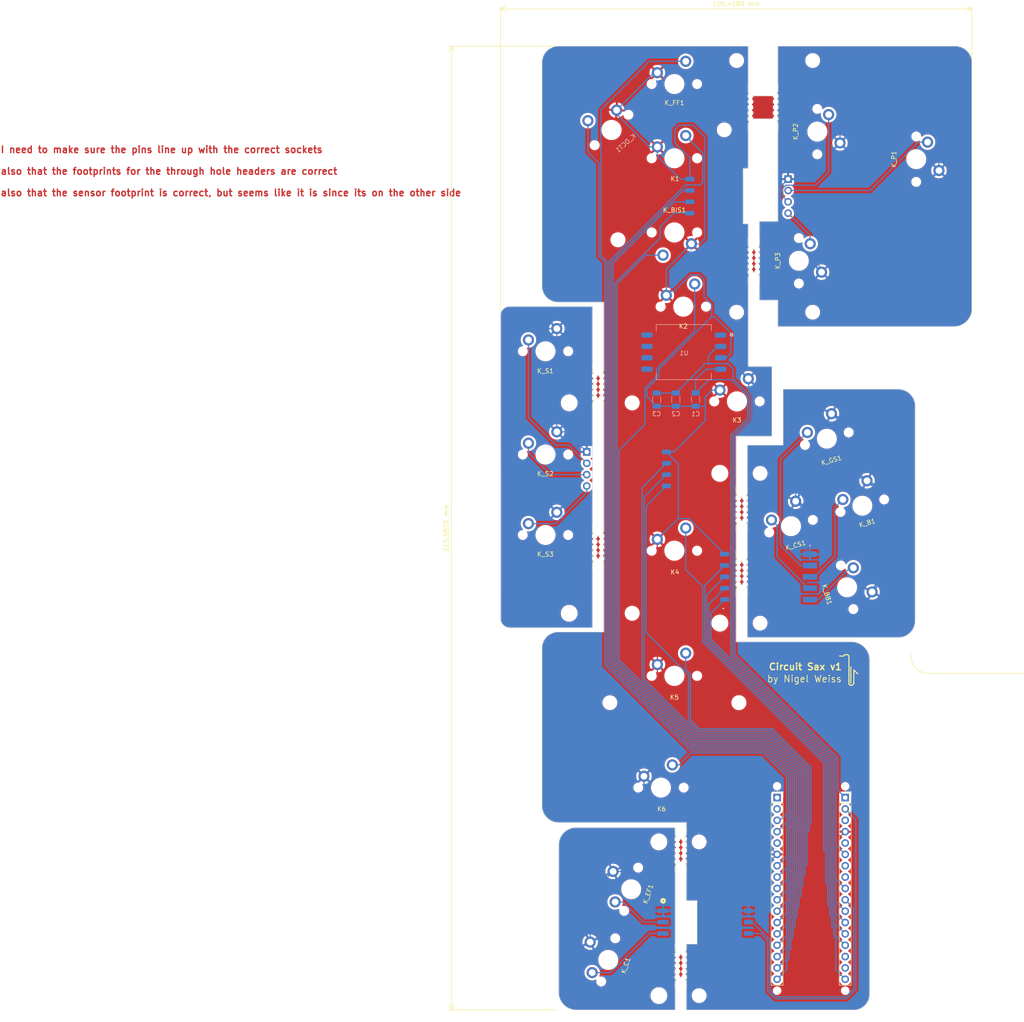
<source format=kicad_pcb>
(kicad_pcb (version 20221018) (generator pcbnew)
  (layers (0 "F.Cu" signal) (31 "B.Cu" signal) (34 "B.Paste" user) (35 "F.Paste" user) (36 "B.SilkS" user "B.Silkscreen") (37 "F.SilkS" user "F.Silkscreen") (38 "B.Mask" user) (39 "F.Mask" user) (44 "Edge.Cuts" user))
  (net 0 "")
  (net 1 "+5V")
  (net 2 "A0")
  (net 3 "Net-(Pin_LP1-Pin_1)")
  (net 4 "Net-(Pin_LP1-Pin_2)")
  (net 5 "Net-(Pin_LP1-Pin_3)")
  (net 6 "Net-(Pin_LP1-Pin_4)")
  (net 7 "Net-(Pin_LP1-Pin_5)")
  (net 8 "Net-(Pin_Palmkeys1-Pin_1)")
  (net 9 "Net-(Pin_Palmkeys1-Pin_2)")
  (net 10 "Net-(Pin_Palmkeys1-Pin_3)")
  (net 11 "Net-(Pin_Palmkeys1-Pin_4)")
  (net 12 "Net-(Pin_RP1-Pin_1)")
  (net 13 "Net-(Pin_RP1-Pin_2)")
  (net 14 "Net-(Pin_RP1-Pin_3)")
  (net 15 "Net-(Pin_Sidekeys1-Pin_1)")
  (net 16 "Net-(Pin_Sidekeys1-Pin_2)")
  (net 17 "Net-(Pin_Sidekeys1-Pin_3)")
  (net 18 "Net-(Pin_Sidekeys1-Pin_4)")
  (net 24 "GND")
  (net 25 "A1")
  (net 26 "A2")
  (net 27 "A3")
  (net 28 "A4")
  (net 29 "A5")
  (net 30 "D0")
  (net 31 "D1")
  (net 32 "D2")
  (net 33 "D3")
  (net 34 "D4")
  (net 35 "D5")
  (net 36 "D6")
  (net 37 "D7")
  (net 38 "D8")
  (net 39 "D9")
  (net 40 "D10")
  (net 41 "D11")
  (net 42 "D12")
  (net 43 "D13")
  (net 44 "SCK")
  (net 48 "MISO{slash}CIPO")
  (footprint "PCM_Switch_Keyboard_Cherry_MX:SW_Cherry_MX_PCB" (layer "F.Cu") (at 110.872 34.801)
    (fp_text reference "K_FF1")
    (fp_text value "SW_Push")
  )
  (footprint "Holes:MountingHole_2.85mm" (layer "F.Cu") (at 98.249 69.651)
    (fp_text reference "H4" hide)
    (fp_text value "MountingHole")
  )
  (footprint "Panelization:Breakout tab" (layer "F.Cu") (at 113.063056 232.074 -90)
    (fp_text reference "TAB4" hide)
    (fp_text value "Mouse Bites")
  )
  (footprint "Panelization:Breakout tab" (layer "F.Cu") (at 94.564044 138.44725 -90)
    (fp_text reference "TAB4" hide)
    (fp_text value "Mouse Bites")
  )
  (footprint "Holes:MountingHole_3.3mm" (layer "F.Cu") (at 87.332988 106.13605)
    (fp_text reference "H15" hide)
    (fp_text value "MountingHole")
  )
  (footprint "Holes:MountingHole_2.85mm" (layer "F.Cu") (at 124.797 29.547)
    (fp_text reference "H1" hide)
    (fp_text value "MountingHole")
  )
  (footprint "Holes:MountingHole_3.3mm" (layer "F.Cu") (at 107.402 238.734)
    (fp_text reference "H19" hide)
    (fp_text value "MountingHole")
  )
  (footprint "Panelization:Breakout tab" (layer "F.Cu") (at 127.88 40.013 90)
    (fp_text reference "TAB4" hide)
    (fp_text value "Mouse Bites")
  )
  (footprint "Holes:MountingHole_1.4mm" (layer "F.Cu") (at 149.088 191.898)
    (fp_text reference "H1" hide)
    (fp_text value "MountingHole")
  )
  (footprint "Holes:MountingHole_3.3mm" (layer "F.Cu") (at 87.332988 153.20105)
    (fp_text reference "H16" hide)
    (fp_text value "MountingHole")
  )
  (footprint "PCM_Switch_Keyboard_Cherry_MX:SW_Cherry_MX_PCB" (layer "F.Cu") (at 101.203 214.942 72)
    (fp_text reference "K_EF1")
    (fp_text value "SW_Push")
  )
  (footprint "PCM_Switch_Keyboard_Cherry_MX:SW_Cherry_MX_PCB" (layer "F.Cu") (at 136.9581 133.716 16)
    (fp_text reference "K_CS1")
    (fp_text value "SW_Push")
  )
  (footprint "Holes:MountingHole_2.85mm" (layer "F.Cu") (at 122.022 45.051)
    (fp_text reference "H3" hide)
    (fp_text value "MountingHole")
  )
  (footprint "Holes:MountingHole_1.4mm" (layer "F.Cu") (at 149.088 237.618)
    (fp_text reference "H1" hide)
    (fp_text value "MountingHole")
  )
  (footprint "PCM_Switch_Keyboard_Cherry_MX:SW_Cherry_MX_PCB" (layer "F.Cu") (at 152.9151 129.139 16)
    (fp_text reference "K_B1")
    (fp_text value "SW_Push")
  )
  (footprint "Holes:MountingHole_2.85mm" (layer "F.Cu") (at 141.811 85.847)
    (fp_text reference "H14" hide)
    (fp_text value "MountingHole")
  )
  (footprint "Panelization:Breakout tab" (layer "F.Cu") (at 94.564044 102.53975 -90)
    (fp_text reference "TAB4" hide)
    (fp_text value "Mouse Bites")
  )
  (footprint "Panelization:Breakout tab" (layer "F.Cu") (at 111.539056 232.074 90)
    (fp_text reference "TAB4" hide)
    (fp_text value "Mouse Bites")
  )
  (footprint "Panelization:Breakout tab" (layer "F.Cu") (at 93.040044 138.44725 90)
    (fp_text reference "TAB4" hide)
    (fp_text value "Mouse Bites")
  )
  (footprint "PCM_Switch_Keyboard_Cherry_MX:SW_Cherry_MX_PCB" (layer "F.Cu") (at 124.872 105.801)
    (fp_text reference "K3")
    (fp_text value "SW_Push")
  )
  (footprint "Holes:MountingHole_2.85mm" (layer "F.Cu") (at 101.422 106.136)
    (fp_text reference "H5" hide)
    (fp_text value "MountingHole")
  )
  (footprint "Holes:MountingHole_2.85mm" (layer "F.Cu") (at 96.442 173.201)
    (fp_text reference "H12" hide)
    (fp_text value "MountingHole")
  )
  (footprint "Holes:MountingHole_2.85mm" (layer "F.Cu") (at 101.422 153.201)
    (fp_text reference "H6" hide)
    (fp_text value "MountingHole")
  )
  (footprint "Panelization:Breakout tab" (layer "F.Cu") (at 126.704044 144.269667 -90)
    (fp_text reference "TAB4" hide)
    (fp_text value "Mouse Bites")
  )
  (footprint "PCM_Switch_Keyboard_Cherry_MX:SW_Cherry_MX_PCB" (layer "F.Cu") (at 110.872 139.201)
    (fp_text reference "K4")
    (fp_text value "SW_Push")
  )
  (footprint "PCM_Switch_Keyboard_Cherry_MX:SW_Cherry_MX_PCB" (layer "F.Cu") (at 96.072 230.746 72)
    (fp_text reference "K_C1")
    (fp_text value "SW_Push")
  )
  (footprint "PCM_Switch_Keyboard_Cherry_MX:SW_Cherry_MX_PCB" (layer "F.Cu") (at 149.5121 147.385 -74)
    (fp_text reference "K_BB1")
    (fp_text value "SW_Push")
  )
  (footprint "Panelization:Breakout tab" (layer "F.Cu") (at 129.404 74.347 -90)
    (fp_text reference "TAB4" hide)
    (fp_text value "Mouse Bites")
  )
  (footprint "PCM_Switch_Keyboard_Cherry_MX:SW_Cherry_MX_PCB" (layer "F.Cu") (at 110.872 51.401)
    (fp_text reference "K1")
    (fp_text value "SW_Push")
  )
  (footprint "PCM_Switch_Keyboard_Cherry_MX:SW_Cherry_MX_PCB" (layer "F.Cu") (at 112.872 84.601)
    (fp_text reference "K2")
    (fp_text value "SW_Push")
  )
  (footprint "Panelization:Breakout tab" (layer "F.Cu") (at 125.180044 129.936334 90)
    (fp_text reference "TAB4" hide)
    (fp_text value "Mouse Bites")
  )
  (footprint "Holes:MountingHole_1.4mm" (layer "F.Cu") (at 133.848 237.618)
    (fp_text reference "H1" hide)
    (fp_text value "MountingHole")
  )
  (footprint "PCM_Switch_Keyboard_Cherry_MX:SW_Cherry_MX_PCB" (layer "F.Cu") (at 110.872 167.201)
    (fp_text reference "K5")
    (fp_text value "SW_Push")
  )
  (footprint "Holes:MountingHole_2.85mm" (layer "F.Cu") (at 116.402 238.738)
    (fp_text reference "H10" hide)
    (fp_text value "MountingHole")
  )
  (footprint "Panelization:Breakout tab" (layer "F.Cu") (at 93.040044 102.53975 90)
    (fp_text reference "TAB4" hide)
    (fp_text value "Mouse Bites")
  )
  (footprint "Holes:MountingHole_3.3mm" (layer "F.Cu") (at 107.402944 204.351)
    (fp_text reference "H20" hide)
    (fp_text value "MountingHole")
  )
  (footprint "Holes:MountingHole_2.85mm" (layer "F.Cu") (at 130.0431 121.902967)
    (fp_text reference "H17" hide)
    (fp_text value "MountingHole")
  )
  (footprint "PCM_Switch_Keyboard_Cherry_MX:SW_Cherry_MX_PCB" (layer "F.Cu") (at 107.872 192.201)
    (fp_text reference "K6")
    (fp_text value "SW_Push")
  )
  (footprint "Holes:MountingHole_3.3mm" (layer "F.Cu") (at 121.042 155.401)
    (fp_text reference "H8" hide)
    (fp_text value "MountingHole")
  )
  (footprint "Panelization:Breakout tab" (layer "F.Cu") (at 111.54 206.235 90)
    (fp_text reference "TAB4" hide)
    (fp_text value "Mouse Bites")
  )
  (footprint "Panelization:Breakout tab" (layer "F.Cu") (at 133.531 40.013 -90)
    (fp_text reference "TAB4" hide)
    (fp_text value "Mouse Bites")
  )
  (footprint "Holes:MountingHole_2.85mm" (layer "F.Cu") (at 130.0431 155.402967)
    (fp_text reference "H18" hide)
    (fp_text value "MountingHole")
  )
  (footprint "Connector_PinSocket_2.54mm:PinSocket_1x17_P2.54mm_Vertical" (layer "F.Cu") (at 133.848 194.438)
    (fp_text reference "J1" hide)
    (fp_text value "Conn_01x17_Socket")
  )
  (footprint "PCM_Switch_Keyboard_Cherry_MX:SW_Cherry_MX_PCB" (layer "F.Cu") (at 164.973 51.615 -90)
    (fp_text reference "K_P1")
    (fp_text value "SW_Push")
  )
  (footprint "Panelization:Breakout tab" (layer "F.Cu") (at 113.064 206.235 -90)
    (fp_text reference "TAB4" hide)
    (fp_text value "Mouse Bites")
  )
  (footprint "Holes:MountingHole_2.85mm" (layer "F.Cu") (at 116.402 204.351)
    (fp_text reference "H9" hide)
    (fp_text value "MountingHole")
  )
  (footprint "PCM_Switch_Keyboard_Cherry_MX:SW_Cherry_MX_PCB" (layer "F.Cu") (at 138.713056 74.347 -90)
    (fp_text reference "K_P3")
    (fp_text value "SW_Push")
  )
  (footprint "Holes:MountingHole_2.85mm" (layer "F.Cu") (at 124.797 85.847)
    (fp_text reference "H2" hide)
    (fp_text value "MountingHole")
  )
  (footprint "Holes:MountingHole_3.3mm" (layer "F.Cu") (at 121.042 121.901)
    (fp_text reference "H7" hide)
    (fp_text value "MountingHole")
  )
  (footprint "PCM_Switch_Keyboard_Cherry_MX:SW_Cherry_MX_PCB" (layer "F.Cu") (at 144.9811 114.144 16)
    (fp_text reference "K_GS1")
    (fp_text value "SW_Push")
  )
  (footprint "Panelization:Breakout tab" (layer "F.Cu") (at 125.180044 144.269667 90)
    (fp_text reference "TAB4" hide)
    (fp_text value "Mouse Bites")
  )
  (footprint "PCM_Switch_Keyboard_Cherry_MX:SW_Cherry_MX_PCB" (layer "F.Cu") (at 82.033 94.586)
    (fp_text reference "K_S1")
    (fp_text value "SW_Push")
  )
  (footprint "Panelization:Breakout tab" (layer "F.Cu") (at 126.704044 129.936334 -90)
    (fp_text reference "TAB4" hide)
    (fp_text value "Mouse Bites")
  )
  (footprint "Holes:MountingHole_1.4mm" (layer "F.Cu") (at 133.848 191.898)
    (fp_text reference "H1" hide)
    (fp_text value "MountingHole")
  )
  (footprint "PCM_Switch_Keyboard_Cherry_MX:SW_Cherry_MX_PCB" (layer "F.Cu") (at 82.033 135.686)
    (fp_text reference "K_S3")
    (fp_text value "SW_Push")
  )
  (footprint "Panelization:Breakout tab" (layer "F.Cu") (at 127.88 74.347 90)
    (fp_text reference "TAB4" hide)
    (fp_text value "Mouse Bites")
  )
  (footprint "Connector_PinSocket_2.54mm:PinSocket_1x17_P2.54mm_Vertical" (layer "F.Cu") (at 149.088 194.438)
    (fp_text reference "J2" hide)
    (fp_text value "Conn_01x17_Socket")
  )
  (footprint "Holes:MountingHole_2.85mm" (layer "F.Cu") (at 125.302 173.201)
    (fp_text reference "H11" hide)
    (fp_text value "MountingHole")
  )
  (footprint "PCM_Switch_Keyboard_Cherry_MX:SW_Cherry_MX_PCB" (layer "F.Cu") (at 82.033 117.686)
    (fp_text reference "K_S2")
    (fp_text value "SW_Push")
  )
  (footprint "PCM_Switch_Keyboard_Cherry_MX:SW_Cherry_MX_PCB" (layer "F.Cu") (at 142.83863 45.447 -90)
    (fp_text reference "K_P2")
    (fp_text value "SW_Push")
  )
  (footprint "PCM_Switch_Keyboard_Cherry_MX:SW_Cherry_MX_PCB" (layer "F.Cu") (at 110.872 68.001 180)
    (fp_text reference "K_BIS1")
    (fp_text value "SW_Push")
  )
  (footprint "Holes:MountingHole_2.85mm" (layer "F.Cu") (at 141.811 29.547)
    (fp_text reference "H13" hide)
    (fp_text value "MountingHole")
  )
  (footprint "Headers:HARWIN_M20-7910342R" (layer "B.Cu") (at 128.433 219.229 -90)
    (fp_text reference "Socket_RP1" hide)
    (fp_text value "Conn_01x03_Socket")
  )
  (footprint "Capacitor_SMD:C_1206_3216Metric" (layer "B.Cu") (at 115.6 105.4 -90)
    (fp_text reference "C1")
    (fp_text value "470pF")
  )
  (footprint "PCM_Switch_Keyboard_Cherry_MX:SW_Cherry_MX_PCB" (layer "B.Cu") (at 96.807 45.077 -138)
    (fp_text reference "K_OCT1")
    (fp_text value "SW_Push")
  )
  (footprint "Capacitor_SMD:C_1206_3216Metric" (layer "B.Cu") (at 106.9 105.4 -90)
    (fp_text reference "C3")
    (fp_text value "1.0uF")
  )
  (footprint "Headers:CONN3_M20-8900_HRW" (layer "B.Cu") (at 107.094 225.319 90)
    (fp_text reference "Pin_RP1" hide)
    (fp_text value "Conn_01x03_Pin")
  )
  (footprint "Connector_PinHeader_2.54mm:PinHeader_1x04_P2.54mm_Vertical" (layer "B.Cu") (at 136.30763 56.073 180)
    (fp_text reference "Pin_Palmkeys1" hide)
    (fp_text value "Conn_01x04_Pin")
  )
  (footprint "Capacitor_SMD:C_1206_3216Metric" (layer "B.Cu") (at 111.2 105.4 -90)
    (fp_text reference "C2")
    (fp_text value "0.01uF")
  )
  (footprint "Headers:HARWIN_M20-7910442R" (layer "B.Cu") (at 113.338 64.204 90)
    (fp_text reference "Socket_Palmkeys1" hide)
    (fp_text value "Conn_01x04_Socket")
  )
  (footprint "More Pressure Sensors:SOIC254P1821X762-8N" (layer "B.Cu") (at 112.967 94.773 180)
    (fp_text reference "U1")
    (fp_text value "MPXV5010GP")
  )
  (footprint "Connector_PinHeader_2.54mm:PinHeader_1x04_P2.54mm_Vertical" (layer "B.Cu") (at 91.263 117.104 180)
    (fp_text reference "Pin_Sidekeys1" hide)
    (fp_text value "Conn_01x04_Pin")
  )
  (footprint "Headers:HARWIN_M20-7910442R" (layer "B.Cu") (at 110.087 116.594 -90)
    (fp_text reference "Socket_Sidekeys1" hide)
    (fp_text value "Conn_01x04_Socket")
  )
  (footprint "Headers:SAMTEC_TSM-105-01-L-SH" (layer "B.Cu") (at 142.7891 139.340967 -90)
    (fp_text reference "Pin_LP1" hide)
    (fp_text value "Conn_01x05_Pin")
  )
  (footprint "Headers:HARWIN_M20-7910542R" (layer "B.Cu") (at 121.119 150.635 90)
    (fp_text reference "Socket_LP1" hide)
    (fp_text value "Conn_01x05_Socket")
  )
  (gr_line (start 148.705 162.773) (end 147.825 162.773) (stroke (width 0.25)) (layer "F.SilkS"))
  (gr_line (start 151.024 168.91) (end 150.644 169.29) (stroke (width 0.25)) (layer "F.SilkS"))
  (gr_line (start 150.344 168.82) (end 150.344 165.2) (stroke (width 0.25)) (layer "F.SilkS"))
  (gr_line (start 150.164 169.29) (end 149.914 169.04) (stroke (width 0.25)) (layer "F.SilkS"))
  (gr_line (start 149.624 162.46) (end 149.018 162.46) (stroke (width 0.25)) (layer "F.SilkS"))
  (gr_line (start 149.914 169.04) (end 149.914 162.75) (stroke (width 0.25)) (layer "F.SilkS"))
  (gr_line (start 149.914 162.75) (end 149.624 162.46) (stroke (width 0.25)) (layer "F.SilkS"))
  (gr_line (start 149.018 162.46) (end 148.705 162.773) (stroke (width 0.25)) (layer "F.SilkS"))
  (gr_line (start 150.644 169.29) (end 150.164 169.29) (stroke (width 0.25)) (layer "F.SilkS"))
  (gr_line (start 151.024 165.88) (end 151.024 168.91) (stroke (width 0.25)) (layer "F.SilkS"))
  (gr_line (start 151.884 166.74) (end 151.024 165.88) (stroke (width 0.25)) (layer "F.SilkS"))
  (gr_line (start 163.73 162.66) (end 163.73 162.16) (stroke (width 0.15)) (layer "F.SilkS"))
  (gr_line (start 167.73 166.66) (end 189.03 166.66) (stroke (width 0.15)) (layer "F.SilkS"))
  (gr_arc (start 167.73 166.66) (mid 164.901573 165.488427) (end 163.73 162.66) (stroke (width 0.15)) (layer "F.SilkS"))
  (gr_line (start 85 200.001) (end 113.572 200.001) (stroke (width 0.1)) (layer "Edge.Cuts"))
  (gr_line (start 111.032 241.934) (end 88.934 241.934) (stroke (width 0.1)) (layer "Edge.Cuts"))
  (gr_line (start 126.232 53.679) (end 127.372 53.679) (stroke (width 0.1)) (layer "Edge.Cuts"))
  (gr_arc (start 127.37237 43.823) (mid 127.744236 42.925236) (end 128.642 42.55337) (stroke (width 0.1)) (layer "Edge.Cuts"))
  (gr_line (start 150.5 159.601) (end 124.672988 159.601) (stroke (width 0.1)) (layer "Edge.Cuts"))
  (gr_arc (start 95.0731 134.63725) (mid 93.803044 135.907306) (end 92.532988 134.63725) (stroke (width 0.1)) (layer "Edge.Cuts"))
  (gr_arc (start 84.858 83.586) (mid 82.322315 82.535685) (end 81.272 80) (stroke (width 0.1)) (layer "Edge.Cuts"))
  (gr_line (start 92.532988 84.586) (end 74 84.586) (stroke (width 0.1)) (layer "Edge.Cuts"))
  (gr_line (start 126.232 66.089) (end 126.232 53.679) (stroke (width 0.1)) (layer "Edge.Cuts"))
  (gr_arc (start 85.032 205) (mid 86.159346 202.278346) (end 88.881 201.151) (stroke (width 0.1)) (layer "Edge.Cuts"))
  (gr_line (start 111.032944 201.151) (end 88.881 201.151) (stroke (width 0.1)) (layer "Edge.Cuts"))
  (gr_line (start 95.0731 134.63725) (end 95.0731 106.34975) (stroke (width 0.1)) (layer "Edge.Cuts"))
  (gr_line (start 127.372 66.089) (end 126.232 66.089) (stroke (width 0.1)) (layer "Edge.Cuts"))
  (gr_line (start 113.572 241.934) (end 151 241.934) (stroke (width 0.1)) (layer "Edge.Cuts"))
  (gr_arc (start 85 200.001) (mid 82.363906 198.909094) (end 81.272 196.273) (stroke (width 0.1)) (layer "Edge.Cuts"))
  (gr_line (start 113.573056 202.425) (end 113.573056 200.001) (stroke (width 0.1)) (layer "Edge.Cuts"))
  (gr_line (start 129.913056 65.547) (end 134.03863 65.547) (stroke (width 0.1)) (layer "Edge.Cuts"))
  (gr_line (start 84.925 26.347) (end 127.372 26.347) (stroke (width 0.1)) (layer "Edge.Cuts"))
  (gr_arc (start 113.573056 202.425) (mid 112.303 203.695056) (end 111.032944 202.425) (stroke (width 0.1)) (layer "Edge.Cuts"))
  (gr_arc (start 92.532988 142.25725) (mid 93.803044 140.987194) (end 95.0731 142.25725) (stroke (width 0.1)) (layer "Edge.Cuts"))
  (gr_line (start 81.272 161) (end 81.272 196.273) (stroke (width 0.1)) (layer "Edge.Cuts"))
  (gr_line (start 92.532988 142.25725) (end 92.532988 156.401) (stroke (width 0.1)) (layer "Edge.Cuts"))
  (gr_line (start 177.418 30) (end 177.418 85.047) (stroke (width 0.1)) (layer "Edge.Cuts"))
  (gr_arc (start 127.372944 78.157) (mid 128.643 76.886944) (end 129.913056 78.157) (stroke (width 0.1)) (layer "Edge.Cuts"))
  (gr_line (start 134.03863 43.823) (end 134.03863 65.547) (stroke (width 0.1)) (layer "Edge.Cuts"))
  (gr_arc (start 124.672988 148.079667) (mid 125.943044 146.809611) (end 127.2131 148.079667) (stroke (width 0.1)) (layer "Edge.Cuts"))
  (gr_line (start 173.765 26.347) (end 134.039 26.347) (stroke (width 0.1)) (layer "Edge.Cuts"))
  (gr_line (start 132.672 113.601) (end 132.672 98.001) (stroke (width 0.1)) (layer "Edge.Cuts"))
  (gr_arc (start 111.032944 210.045) (mid 112.303 208.774944) (end 113.573056 210.045) (stroke (width 0.1)) (layer "Edge.Cuts"))
  (gr_line (start 113.572 241.934) (end 113.572 235.884) (stroke (width 0.1)) (layer "Edge.Cuts"))
  (gr_line (start 127.372944 78.157) (end 127.372944 98.001) (stroke (width 0.1)) (layer "Edge.Cuts"))
  (gr_line (start 84.858 83.586) (end 95.072 83.586) (stroke (width 0.1)) (layer "Edge.Cuts"))
  (gr_line (start 92.532988 98.72975) (end 92.532988 84.586) (stroke (width 0.1)) (layer "Edge.Cuts"))
  (gr_line (start 72 86.586) (end 72.033 154.434) (stroke (width 0.1)) (layer "Edge.Cuts"))
  (gr_arc (start 72 86.586) (mid 72.585786 85.171786) (end 74 84.586) (stroke (width 0.1)) (layer "Edge.Cuts"))
  (gr_line (start 129.913056 78.157) (end 129.913056 83.147) (stroke (width 0.1)) (layer "Edge.Cuts"))
  (gr_line (start 115.958 217.469) (end 115.958 227.214) (stroke (width 0.1)) (layer "Edge.Cuts"))
  (gr_arc (start 164.713 154.89) (mid 163.625487 157.515487) (end 161 158.603) (stroke (width 0.1)) (layer "Edge.Cuts"))
  (gr_arc (start 74 156.401) (mid 72.609121 155.824879) (end 72.033 154.434) (stroke (width 0.1)) (layer "Edge.Cuts"))
  (gr_line (start 111.032944 202.425) (end 111.032944 201.151) (stroke (width 0.1)) (layer "Edge.Cuts"))
  (gr_line (start 132.672 98.001) (end 127.372 98.001) (stroke (width 0.1)) (layer "Edge.Cuts"))
  (gr_line (start 132.672 113.601) (end 124.672988 113.601) (stroke (width 0.1)) (layer "Edge.Cuts"))
  (gr_line (start 113.572 217.469) (end 113.572 210.045) (stroke (width 0.1)) (layer "Edge.Cuts"))
  (gr_line (start 127.2131 140.459667) (end 127.2131 133.746334) (stroke (width 0.1)) (layer "Edge.Cuts"))
  (gr_line (start 85 238) (end 85.032 205) (stroke (width 0.1)) (layer "Edge.Cuts"))
  (gr_line (start 127.37237 36.203) (end 127.37237 26.347) (stroke (width 0.1)) (layer "Edge.Cuts"))
  (gr_line (start 124.672988 126.126334) (end 124.672988 113.601) (stroke (width 0.1)) (layer "Edge.Cuts"))
  (gr_line (start 134.039 83.147) (end 134.039 89.047) (stroke (width 0.1)) (layer "Edge.Cuts"))
  (gr_line (start 92.532988 134.63725) (end 92.532988 106.34975) (stroke (width 0.1)) (layer "Edge.Cuts"))
  (gr_arc (start 124.672988 133.746334) (mid 125.943044 132.476278) (end 127.2131 133.746334) (stroke (width 0.1)) (layer "Edge.Cuts"))
  (gr_line (start 132.769 42.55337) (end 128.642 42.55337) (stroke (width 0.1)) (layer "Edge.Cuts"))
  (gr_arc (start 173.765 26.347) (mid 176.348061 27.416939) (end 177.418 30) (stroke (width 0.1)) (layer "Edge.Cuts"))
  (gr_arc (start 81.272 161) (mid 82.326123 158.455123) (end 84.871 157.401) (stroke (width 0.1)) (layer "Edge.Cuts"))
  (gr_arc (start 127.2131 140.459667) (mid 125.943044 141.729723) (end 124.672988 140.459667) (stroke (width 0.1)) (layer "Edge.Cuts"))
  (gr_line (start 115.958 227.214) (end 113.572 227.214) (stroke (width 0.1)) (layer "Edge.Cuts"))
  (gr_arc (start 128.642 37.47263) (mid 127.744236 37.100764) (end 127.37237 36.203) (stroke (width 0.1)) (layer "Edge.Cuts"))
  (gr_arc (start 132.769 42.55337) (mid 133.666764 42.925236) (end 134.03863 43.823) (stroke (width 0.1)) (layer "Edge.Cuts"))
  (gr_line (start 127.372 66.089) (end 127.372 70.5371) (stroke (width 0.1)) (layer "Edge.Cuts"))
  (gr_arc (start 81.272 30) (mid 82.341939 27.416939) (end 84.925 26.347) (stroke (width 0.1)) (layer "Edge.Cuts"))
  (gr_arc (start 154.523 238.411) (mid 153.491137 240.902137) (end 151 241.934) (stroke (width 0.1)) (layer "Edge.Cuts"))
  (gr_arc (start 129.913056 70.5371) (mid 128.643 71.807156) (end 127.372944 70.5371) (stroke (width 0.1)) (layer "Edge.Cuts"))
  (gr_arc (start 127.2131 126.126334) (mid 125.943044 127.39639) (end 124.672988 126.126334) (stroke (width 0.1)) (layer "Edge.Cuts"))
  (gr_line (start 135.213 103.103) (end 135.213 115.603) (stroke (width 0.1)) (layer "Edge.Cuts"))
  (gr_arc (start 92.532988 106.34975) (mid 93.803044 105.079694) (end 95.0731 106.34975) (stroke (width 0.1)) (layer "Edge.Cuts"))
  (gr_line (start 124.672988 148.079667) (end 124.672988 159.601) (stroke (width 0.1)) (layer "Edge.Cuts"))
  (gr_line (start 113.572 217.469) (end 115.958 217.469) (stroke (width 0.1)) (layer "Edge.Cuts"))
  (gr_arc (start 150.5 159.601) (mid 153.344691 160.779309) (end 154.523 163.624) (stroke (width 0.1)) (layer "Edge.Cuts"))
  (gr_line (start 127.2131 158.603) (end 161 158.603) (stroke (width 0.1)) (layer "Edge.Cuts"))
  (gr_line (start 128.642 37.47263) (end 132.769 37.47263) (stroke (width 0.1)) (layer "Edge.Cuts"))
  (gr_line (start 84.871 157.401) (end 95.072 157.401) (stroke (width 0.1)) (layer "Edge.Cuts"))
  (gr_line (start 95.072 157.401) (end 95.072 142.25725) (stroke (width 0.1)) (layer "Edge.Cuts"))
  (gr_line (start 129.912 83.147) (end 134.039 83.147) (stroke (width 0.1)) (layer "Edge.Cuts"))
  (gr_arc (start 113.572112 228.264) (mid 112.302056 229.534056) (end 111.032 228.264) (stroke (width 0.1)) (layer "Edge.Cuts"))
  (gr_arc (start 95.0731 98.72975) (mid 93.803044 99.999806) (end 92.532988 98.72975) (stroke (width 0.1)) (layer "Edge.Cuts"))
  (gr_line (start 95.0731 98.72975) (end 95.0731 83.586) (stroke (width 0.1)) (layer "Edge.Cuts"))
  (gr_line (start 81.272 30) (end 81.272 80) (stroke (width 0.1)) (layer "Edge.Cuts"))
  (gr_arc (start 88.934 241.934) (mid 86.152242 240.781758) (end 85 238) (stroke (width 0.1)) (layer "Edge.Cuts"))
  (gr_line (start 111.032 228.264) (end 111.032 210.045) (stroke (width 0.1)) (layer "Edge.Cuts"))
  (gr_line (start 127.2131 148.079667) (end 127.2131 158.603) (stroke (width 0.1)) (layer "Edge.Cuts"))
  (gr_line (start 127.37237 43.823) (end 127.37237 53.679) (stroke (width 0.1)) (layer "Edge.Cuts"))
  (gr_arc (start 111.032 235.884) (mid 112.302056 234.613944) (end 113.572112 235.884) (stroke (width 0.1)) (layer "Edge.Cuts"))
  (gr_arc (start 177.418 85.047) (mid 176.246427 87.875427) (end 173.418 89.047) (stroke (width 0.1)) (layer "Edge.Cuts"))
  (gr_arc (start 161 103.103) (mid 163.625487 104.190513) (end 164.713 106.816) (stroke (width 0.1)) (layer "Edge.Cuts"))
  (gr_line (start 113.572 227.214) (end 113.572112 228.264) (stroke (width 0.1)) (layer "Edge.Cuts"))
  (gr_line (start 134.039 89.047) (end 173.418 89.047) (stroke (width 0.1)) (layer "Edge.Cuts"))
  (gr_line (start 164.713 154.89) (end 164.713 106.816) (stroke (width 0.1)) (layer "Edge.Cuts"))
  (gr_line (start 129.913056 70.5371) (end 129.913056 65.547) (stroke (width 0.1)) (layer "Edge.Cuts"))
  (gr_line (start 111.032 235.884) (end 111.032 241.934) (stroke (width 0.1)) (layer "Edge.Cuts"))
  (gr_line (start 135.213 115.603) (end 127.2131 115.603) (stroke (width 0.1)) (layer "Edge.Cuts"))
  (gr_arc (start 134.03863 36.203) (mid 133.666764 37.100764) (end 132.769 37.47263) (stroke (width 0.1)) (layer "Edge.Cuts"))
  (gr_line (start 74 156.401) (end 92.532988 156.401) (stroke (width 0.1)) (layer "Edge.Cuts"))
  (gr_line (start 161 103.103) (end 135.213 103.103) (stroke (width 0.1)) (layer "Edge.Cuts"))
  (gr_line (start 127.2131 126.126334) (end 127.2131 115.603) (stroke (width 0.1)) (layer "Edge.Cuts"))
  (gr_line (start 134.03863 36.203) (end 134.03863 26.347) (stroke (width 0.1)) (layer "Edge.Cuts"))
  (gr_line (start 154.523 163.624) (end 154.523 238.411) (stroke (width 0.1)) (layer "Edge.Cuts"))
  (gr_line (start 81.272 26.347) (end 81.272 26.347) (stroke (width 0.1)) (layer "Edge.Cuts"))
  (gr_line (start 124.672988 133.746334) (end 124.672988 140.459667) (stroke (width 0.1)) (layer "Edge.Cuts"))
  (gr_text "I need to make sure the pins line up with the correct sockets\n\nalso that the footprints for the through hole headers are correct\n\nalso that the sensor footprint is correct, but seems like it is since its on the other side" (at -40 60) (layer "F.Cu") (effects (font (size 1.5 1.5) (thickness 0.3) bold) (justify left bottom)))
  (gr_text "Circuit Sax v1" (at 131.871 164.282) (layer "F.SilkS") (effects (font (size 1.5 1.5) (thickness 0.3) bold) (justify left top)))
  (gr_text "by Nigel Weiss" (at 148.401 166.992) (layer "F.SilkS") (effects (font (size 1.5 1.5) (thickness 0.1875)) (justify right top)))
  (dimension (type aligned) (layer "F.SilkS") (pts (xy 72 86.586) (xy 177.418 86.586)) (height -68.586) (gr_text "105.4180 mm" (at 124.709 16.85) (layer "F.SilkS") (effects (font (size 1 1) (thickness 0.15)))) (format (prefix "") (suffix "") (units 3) (units_format 1) (precision 4)) (style (thickness 0.15) (arrow_length 1.27) (text_position_mode 0) (extension_height 0.58642) (extension_offset 0.5) keep_text_aligned))
  (dimension (type aligned) (layer "F.SilkS") (pts (xy 84.925 26.347) (xy 84.925 241.934)) (height 23.925) (gr_text "215.5870 mm" (at 59.85 134.1405 90) (layer "F.SilkS") (effects (font (size 1 1) (thickness 0.15)))) (format (prefix "") (suffix "") (units 3) (units_format 1) (precision 4)) (style (thickness 0.15) (arrow_length 1.27) (text_position_mode 0) (extension_height 0.58642) (extension_offset 0.5) keep_text_aligned))
  (segment (start 123.955044 162.59144) (end 147 185.636396) (width 0.25) (layer "B.Cu") (net 1))
  (segment (start 111.2 103.925) (end 106.9 103.925) (width 0.25) (layer "B.Cu") (net 1))
  (segment (start 127.697 109.763815) (end 123.955044 113.505771) (width 0.25) (layer "B.Cu") (net 1))
  (segment (start 118.5 97.3625) (end 122.8625 97.3625) (width 0.25) (layer "B.Cu") (net 1))
  (segment (start 124 98.5) (end 124 100.734604) (width 0.25) (layer "B.Cu") (net 1))
  (segment (start 118.5 97.3625) (end 117.7625 97.3625) (width 0.25) (layer "B.Cu") (net 1))
  (segment (start 147 185.636396) (end 147 205.05) (width 0.25) (layer "B.Cu") (net 1))
  (segment (start 118.5 95.5) (end 118.5 97.3625) (width 0.25) (layer "B.Cu") (net 1))
  (segment (start 124 100.734604) (end 127.697 104.431604) (width 0.25) (layer "B.Cu") (net 1))
  (segment (start 120.497 93.503) (end 118.5 95.5) (width 0.25) (layer "B.Cu") (net 1))
  (segment (start 117.7625 97.3625) (end 111.2 103.925) (width 0.25) (layer "B.Cu") (net 1))
  (segment (start 121.212 93.503) (end 120.497 93.503) (width 0.25) (layer "B.Cu") (net 1))
  (segment (start 122.8625 97.3625) (end 124 98.5) (width 0.25) (layer "B.Cu") (net 1))
  (segment (start 127.697 104.431604) (end 127.697 109.763815) (width 0.25) (layer "B.Cu") (net 1))
  (segment (start 147 205.05) (end 149.088 207.138) (width 0.25) (layer "B.Cu") (net 1))
  (segment (start 123.955044 113.505771) (end 123.955044 162.59144) (width 0.25) (layer "B.Cu") (net 1))
  (segment (start 147 223.466396) (end 147 225.37) (width 0.25) (layer "B.Cu") (net 2))
  (segment (start 117.667 146.957) (end 117.667 159.485376) (width 0.25) (layer "B.Cu") (net 2))
  (segment (start 144.75 186.568376) (end 144.75 205.98198) (width 0.25) (layer "B.Cu") (net 2))
  (segment (start 146.1 220.662792) (end 146.55 221.112792) (width 0.25) (layer "B.Cu") (net 2))
  (segment (start 117.667 159.485376) (end 144.75 186.568376) (width 0.25) (layer "B.Cu") (net 2))
  (segment (start 122.119 142.505) (end 117.667 146.957) (width 0.25) (layer "B.Cu") (net 2))
  (segment (start 147 225.37) (end 149.088 227.458) (width 0.25) (layer "B.Cu") (net 2))
  (segment (start 144.75 205.98198) (end 145.2 206.43198) (width 0.25) (layer "B.Cu") (net 2))
  (segment (start 146.1 218.759188) (end 146.1 220.662792) (width 0.25) (layer "B.Cu") (net 2))
  (segment (start 145.65 213.865584) (end 145.65 218.309188) (width 0.25) (layer "B.Cu") (net 2))
  (segment (start 146.55 223.016396) (end 147 223.466396) (width 0.25) (layer "B.Cu") (net 2))
  (segment (start 145.2 206.43198) (end 145.2 213.415584) (width 0.25) (layer "B.Cu") (net 2))
  (segment (start 145.2 213.415584) (end 145.65 213.865584) (width 0.25) (layer "B.Cu") (net 2))
  (segment (start 145.65 218.309188) (end 146.1 218.759188) (width 0.25) (layer "B.Cu") (net 2))
  (segment (start 146.55 221.112792) (end 146.55 223.016396) (width 0.25) (layer "B.Cu") (net 2))
  (segment (start 146.022467 108.560672) (end 147.3561 109.894305) (width 0.25) (layer "B.Cu") (net 3))
  (segment (start 137.999467 128.132672) (end 137.999467 126.311938) (width 0.25) (layer "B.Cu") (net 3))
  (segment (start 156.345427 125.944632) (end 156.345427 147.176368) (width 0.25) (layer "B.Cu") (net 3))
  (segment (start 139.3331 129.466305) (end 139.3331 138.109967) (width 0.25) (layer "B.Cu") (net 3))
  (segment (start 147.3561 109.894305) (end 147.3561 116.955305) (width 0.25) (layer "B.Cu") (net 3))
  (segment (start 137.999467 126.311938) (end 147.3561 116.955305) (width 0.25) (layer "B.Cu") (net 3))
  (segment (start 139.3331 138.109967) (end 141.1991 139.975967) (width 0.25) (layer "B.Cu") (net 3))
  (segment (start 147.3561 116.955305) (end 153.956467 123.555672) (width 0.25) (layer "B.Cu") (net 3))
  (segment (start 153.956467 123.555672) (end 156.345427 125.944632) (width 0.25) (layer "B.Cu") (net 3))
  (segment (start 137.999467 128.132672) (end 139.3331 129.466305) (width 0.25) (layer "B.Cu") (net 3))
  (segment (start 156.345427 147.176368) (end 155.095428 148.426367) (width 0.25) (layer "B.Cu") (net 3))
  (segment (start 134.5831 138.0141) (end 139.084967 142.515967) (width 0.25) (layer "B.Cu") (net 4))
  (segment (start 140.618574 112.752574) (end 134.5831 118.788048) (width 0.25) (layer "B.Cu") (net 4))
  (segment (start 139.084967 142.515967) (end 141.1991 142.515967) (width 0.25) (layer "B.Cu") (net 4))
  (segment (start 134.5831 118.788048) (end 134.5831 138.0141) (width 0.25) (layer "B.Cu") (net 4))
  (segment (start 142.1541 145.055967) (end 141.1991 145.055967) (width 0.25) (layer "B.Cu") (net 5))
  (segment (start 146.781891 140.428176) (end 142.1541 145.055967) (width 0.25) (layer "B.Cu") (net 5))
  (segment (start 146.781891 129.518257) (end 146.781891 140.428176) (width 0.25) (layer "B.Cu") (net 5))
  (segment (start 148.552574 127.747574) (end 146.781891 129.518257) (width 0.25) (layer "B.Cu") (net 5))
  (segment (start 133.845573 140.57744) (end 140.8641 147.595967) (width 0.25) (layer "B.Cu") (net 6))
  (segment (start 133.845573 133.574573) (end 133.845573 140.57744) (width 0.25) (layer "B.Cu") (net 6))
  (segment (start 132.595574 132.324574) (end 133.845573 133.574573) (width 0.25) (layer "B.Cu") (net 6))
  (segment (start 140.8641 147.595967) (end 141.1991 147.595967) (width 0.25) (layer "B.Cu") (net 6))
  (segment (start 150.152593 143.022474) (end 143.0391 150.135967) (width 0.25) (layer "B.Cu") (net 7))
  (segment (start 150.903526 143.022474) (end 150.152593 143.022474) (width 0.25) (layer "B.Cu") (net 7))
  (segment (start 143.0391 150.135967) (end 141.1991 150.135967) (width 0.25) (layer "B.Cu") (net 7))
  (segment (start 170.053 54.155) (end 170.053 47.053) (width 0.25) (layer "B.Cu") (net 8))
  (segment (start 134.68263 67.004341) (end 139.650289 71.972) (width 0.25) (layer "B.Cu") (net 8))
  (segment (start 143.793056 76.061056) (end 143.793056 76.887) (width 0.25) (layer "B.Cu") (net 8))
  (segment (start 142.320863 39.117) (end 146.117 39.117) (width 0.25) (layer "B.Cu") (net 8))
  (segment (start 134.68263 57.698) (end 134.68263 67.004341) (width 0.25) (layer "B.Cu") (net 8))
  (segment (start 139.650289 71.972) (end 139.704 71.972) (width 0.25) (layer "B.Cu") (net 8))
  (segment (start 146.117 39.117) (end 147.91863 40.91863) (width 0.25) (layer "B.Cu") (net 8))
  (segment (start 136.30763 56.073) (end 136.30763 45.130233) (width 0.25) (layer "B.Cu") (net 8))
  (segment (start 170.053 47.053) (end 168.264 45.264) (width 0.25) (layer "B.Cu") (net 8))
  (segment (start 147.91863 40.91863) (end 147.91863 47.987) (width 0.25) (layer "B.Cu") (net 8))
  (segment (start 139.704 71.972) (end 143.793056 76.061056) (width 0.25) (layer "B.Cu") (net 8))
  (segment (start 136.30763 45.130233) (end 142.320863 39.117) (width 0.25) (layer "B.Cu") (net 8))
  (segment (start 136.30763 56.073) (end 134.68263 57.698) (width 0.25) (layer "B.Cu") (net 8))
  (segment (start 150.64163 45.264) (end 147.91863 47.987) (width 0.25) (layer "B.Cu") (net 8))
  (segment (start 168.264 45.264) (end 150.64163 45.264) (width 0.25) (layer "B.Cu") (net 8))
  (segment (start 165.424243 47.805) (end 154.616243 58.613) (width 0.25) (layer "B.Cu") (net 9))
  (segment (start 154.616243 58.613) (end 136.30763 58.613) (width 0.25) (layer "B.Cu") (net 9))
  (segment (start 167.513 47.805) (end 165.424243 47.805) (width 0.25) (layer "B.Cu") (net 9))
  (segment (start 145.37863 54.53337) (end 142.474 57.438) (width 0.25) (layer "B.Cu") (net 10))
  (segment (start 135.13263 59.978) (end 136.30763 61.153) (width 0.25) (layer "B.Cu") (net 10))
  (segment (start 145.37863 41.637) (end 145.37863 54.53337) (width 0.25) (layer "B.Cu") (net 10))
  (segment (start 135.13263 58.126299) (end 135.13263 59.978) (width 0.25) (layer "B.Cu") (net 10))
  (segment (start 135.820929 57.438) (end 135.13263 58.126299) (width 0.25) (layer "B.Cu") (net 10))
  (segment (start 142.474 57.438) (end 135.820929 57.438) (width 0.25) (layer "B.Cu") (net 10))
  (segment (start 141.253056 70.537) (end 141.253056 68.638426) (width 0.25) (layer "B.Cu") (net 11))
  (segment (start 141.253056 68.638426) (end 136.30763 63.693) (width 0.25) (layer "B.Cu") (net 11))
  (segment (start 92.025536 226.76051) (end 92.025536 216.08751) (width 0.25) (layer "B.Cu") (net 12))
  (segment (start 97.156536 210.95651) (end 100.576267 210.95651) (width 0.25) (layer "B.Cu") (net 12))
  (segment (start 100.576267 210.95651) (end 108.339 218.719243) (width 0.25) (layer "B.Cu") (net 12))
  (segment (start 92.025536 216.08751) (end 97.156536 210.95651) (width 0.25) (layer "B.Cu") (net 12))
  (segment (start 108.339 218.719243) (end 108.339 219.744) (width 0.25) (layer "B.Cu") (net 12))
  (segment (start 103.911594 222.284) (end 108.339 222.284) (width 0.25) (layer "B.Cu") (net 13))
  (segment (start 99.408216 217.780622) (end 103.911594 222.284) (width 0.25) (layer "B.Cu") (net 13))
  (segment (start 97.609962 217.780622) (end 99.408216 217.780622) (width 0.25) (layer "B.Cu") (net 13))
  (segment (start 92.478962 233.584622) (end 96.592135 233.584622) (width 0.25) (layer "B.Cu") (net 14))
  (segment (start 105.352757 224.824) (end 108.339 224.824) (width 0.25) (layer "B.Cu") (net 14))
  (segment (start 96.592135 233.584622) (end 105.352757 224.824) (width 0.25) (layer "B.Cu") (net 14))
  (segment (start 75.703 90.997) (end 75.703 121.736) (width 0.25) (layer "B.Cu") (net 15))
  (segment (start 86.765 112.606) (end 91.263 117.104) (width 0.25) (layer "B.Cu") (net 15))
  (segment (start 75.703 121.736) (end 84.573 130.606) (width 0.25) (layer "B.Cu") (net 15))
  (segment (start 84.573 112.606) (end 86.765 112.606) (width 0.25) (layer "B.Cu") (net 15))
  (segment (start 77.194 89.506) (end 75.703 90.997) (width 0.25) (layer "B.Cu") (net 15))
  (segment (start 84.573 89.506) (end 77.194 89.506) (width 0.25) (layer "B.Cu") (net 15))
  (segment (start 84.573 112.606) (end 84.573 89.506) (width 0.25) (layer "B.Cu") (net 15))
  (segment (start 78.223 92.046) (end 78.223 109.423) (width 0.25) (layer "B.Cu") (net 16))
  (segment (start 87.213 115.594) (end 91.263 119.644) (width 0.25) (layer "B.Cu") (net 16))
  (segment (start 84.394 115.594) (end 87.213 115.594) (width 0.25) (layer "B.Cu") (net 16))
  (segment (start 78.223 109.423) (end 84.394 115.594) (width 0.25) (layer "B.Cu") (net 16))
  (segment (start 78.223 115.146) (end 78.223 117.234757) (width 0.25) (layer "B.Cu") (net 17))
  (segment (start 78.223 117.234757) (end 83.172243 122.184) (width 0.25) (layer "B.Cu") (net 17))
  (segment (start 83.172243 122.184) (end 91.263 122.184) (width 0.25) (layer "B.Cu") (net 17))
  (segment (start 91.263 126.143387) (end 84.260387 133.146) (width 0.25) (layer "B.Cu") (net 18))
  (segment (start 84.260387 133.146) (end 78.223 133.146) (width 0.25) (layer "B.Cu") (net 18))
  (segment (start 91.263 124.724) (end 91.263 126.143387) (width 0.25) (layer "B.Cu") (net 18))
  (segment (start 104.062 189.661) (end 107.062 186.661) (width 0.25) (layer "F.Cu") (net 24))
  (segment (start 151.877 166.739) (end 151.017 165.879) (width 0.25) (layer "F.Cu") (net 24))
  (segment (start 150.157 169.289) (end 149.907 169.039) (width 0.25) (layer "F.Cu") (net 24))
  (segment (start 148.698 162.772) (end 147.818 162.772) (width 0.25) (layer "F.Cu") (net 24))
  (segment (start 151.031 165.921) (end 151.031 168.951) (width 0.25) (layer "F.Cu") (net 24))
  (segment (start 151.017 168.909) (end 150.637 169.289) (width 0.25) (layer "F.Cu") (net 24))
  (segment (start 149.617 162.459) (end 149.011 162.459) (width 0.25) (layer "F.Cu") (net 24))
  (segment (start 133.848 207.138) (end 144.008 207.138) (width 0.25) (layer "F.Cu") (net 24))
  (segment (start 150.637 169.289) (end 150.157 169.289) (width 0.25) (layer "F.Cu") (net 24))
  (segment (start 149.011 162.459) (end 148.698 162.772) (width 0.25) (layer "F.Cu") (net 24))
  (segment (start 144.008 207.138) (end 149.088 202.058) (width 0.25) (layer "F.Cu") (net 24))
  (segment (start 150.337 168.819) (end 150.337 165.199) (width 0.25) (layer "F.Cu") (net 24))
  (segment (start 107.062 164.661) (end 107.062 136.661) (width 0.25) (layer "F.Cu") (net 24))
  (segment (start 149.907 169.039) (end 149.907 162.749) (width 0.25) (layer "F.Cu") (net 24))
  (segment (start 149.907 162.749) (end 149.617 162.459) (width 0.25) (layer "F.Cu") (net 24))
  (segment (start 107.062 186.661) (end 107.062 164.661) (width 0.25) (layer "F.Cu") (net 24))
  (segment (start 127.433 219.739) (end 127.433 213.553) (width 0.25) (layer "B.Cu") (net 24))
  (segment (start 106.9 106.875) (end 111.2 106.875) (width 0.25) (layer "B.Cu") (net 24))
  (segment (start 106.888243 194.576) (end 104.062 191.749757) (width 0.25) (layer "B.Cu") (net 24))
  (segment (start 119.294234 103.261) (end 117.777617 104.777617) (width 0.25) (layer "B.Cu") (net 24))
  (segment (start 119.85356 86.85356) (end 123.5 90.5) (width 0.25) (layer "B.Cu") (net 24))
  (segment (start 104.062 191.749757) (end 104.062 189.661) (width 0.25) (layer "B.Cu") (net 24))
  (segment (start 109.062 76.161) (end 114.682 70.541) (width 0.25) (layer "B.Cu") (net 24))
  (segment (start 116.5 77.5) (end 114.5 77.5) (width 0.25) (layer "B.Cu") (net 24))
  (segment (start 109.087 117.104) (end 111.723 119.74) (width 0.25) (layer "B.Cu") (net 24))
  (segment (start 117.5 82.381233) (end 117.5 78.5) (width 0.25) (layer "B.Cu") (net 24))
  (segment (start 127.433 213.553) (end 133.848 207.138) (width 0.25) (layer "B.Cu") (net 24))
  (segment (start 111.723 132) (end 107.062 136.661) (width 0.25) (layer "B.Cu") (net 24))
  (segment (start 106.9 106.875) (end 104.75 104.725) (width 0.25) (layer "B.Cu") (net 24))
  (segment (start 114.338 51.338) (end 114.338 56.074) (width 0.25) (layer "B.Cu") (net 24))
  (segment (start 107.062 32.261) (end 106.317815 32.261) (width 0.25) (layer "B.Cu") (net 24))
  (segment (start 116.449766 70.541) (end 117.652 69.338766) (width 0.25) (layer "B.Cu") (net 24))
  (segment (start 107.4 100.336396) (end 107.4 98.65556) (width 0.25) (layer "B.Cu") (net 24))
  (segment (start 133.848 207.138) (end 121.286 194.576) (width 0.25) (layer "B.Cu") (net 24))
  (segment (start 117.777617 110.122383) (end 110.796 117.104) (width 0.25) (layer "B.Cu") (net 24))
  (segment (start 111.2 106.875) (end 115.6 106.875) (width 0.25) (layer "B.Cu") (net 24))
  (segment (start 114.338 56.074) (end 112.186243 56.074) (width 0.25) (layer "B.Cu") (net 24))
  (segment (start 112.186243 56.074) (end 107.062 50.949757) (width 0.25) (layer "B.Cu") (net 24))
  (segment (start 110 81.123) (end 109.062 82.061) (width 0.25) (layer "B.Cu") (net 24))
  (segment (start 105.294234 48.861) (end 97.93879 41.505556) (width 0.25) (layer "B.Cu") (net 24))
  (segment (start 123.5 95) (end 122.457 96.043) (width 0.25) (layer "B.Cu") (net 24))
  (segment (start 114.5 77.5) (end 110.877 81.123) (width 0.25) (layer "B.Cu") (net 24))
  (segment (start 117.777617 106.9) (end 117.777617 110.122383) (width 0.25) (layer "B.Cu") (net 24))
  (segment (start 112 44) (end 111 45) (width 0.25) (layer "B.Cu") (net 24))
  (segment (start 117.5 78.5) (end 116.5 77.5) (width 0.25) (layer "B.Cu") (net 24))
  (segment (start 121.062 103.261) (end 119.294234 103.261) (width 0.25) (layer "B.Cu") (net 24))
  (segment (start 104.75 104.725) (end 104.75 102.986396) (width 0.25) (layer "B.Cu") (net 24))
  (segment (start 122.457 96.043) (end 121.212 96.043) (width 0.25) (layer "B.Cu") (net 24))
  (segment (start 111 45) (end 111 48) (width 0.25) (layer "B.Cu") (net 24))
  (segment (start 115.6 106.875) (end 117.752617 106.875) (width 0.25) (layer "B.Cu") (net 24))
  (segment (start 106.317815 32.261) (end 97.93879 40.640025) (width 0.25) (layer "B.Cu") (net 24))
  (segment (start 123.5 90.5) (end 123.5 95) (width 0.25) (layer "B.Cu") (net 24))
  (segment (start 117.652 46.652) (end 115 44) (width 0.25) (layer "B.Cu") (net 24))
  (segment (start 107.062 48.861) (end 105.294234 48.861) (width 0.25) (layer "B.Cu") (net 24))
  (segment (start 133.848 207.138) (end 132.673 208.313) (width 0.25) (layer "B.Cu") (net 24))
  (segment (start 119.202 86.85356) (end 119.85356 86.85356) (width 0.25) (layer "B.Cu") (net 24))
  (segment (start 117.652 69.338766) (end 117.652 46.652) (width 0.25) (layer "B.Cu") (net 24))
  (segment (start 111.723 119.74) (end 111.723 132) (width 0.25) (layer "B.Cu") (net 24))
  (segment (start 111 48) (end 114.338 51.338) (width 0.25) (layer "B.Cu") (net 24))
  (segment (start 97.93879 41.505556) (end 97.93879 40.640025) (width 0.25) (layer "B.Cu") (net 24))
  (segment (start 104.75 102.986396) (end 107.4 100.336396) (width 0.25) (layer "B.Cu") (net 24))
  (segment (start 119.202 86.85356) (end 119.202 84.083233) (width 0.25) (layer "B.Cu") (net 24))
  (segment (start 107.4 98.65556) (end 119.202 86.85356) (width 0.25) (layer "B.Cu") (net 24))
  (segment (start 111.723 132) (end 114.154 132) (width 0.25) (layer "B.Cu") (net 24))
  (segment (start 109.062 82.061) (end 109.062 76.161) (width 0.25) (layer "B.Cu") (net 24))
  (segment (start 114.682 70.541) (end 116.449766 70.541) (width 0.25) (layer "B.Cu") (net 24))
  (segment (start 119.202 84.083233) (end 117.5 82.381233) (width 0.25) (layer "B.Cu") (net 24))
  (segment (start 107.062 50.949757) (end 107.062 48.861) (width 0.25) (layer "B.Cu") (net 24))
  (segment (start 120.732 96.043) (end 121.212 96.043) (width 0.25) (layer "B.Cu") (net 24))
  (segment (start 121.286 194.576) (end 106.888243 194.576) (width 0.25) (layer "B.Cu") (net 24))
  (segment (start 110.877 81.123) (end 110 81.123) (width 0.25) (layer "B.Cu") (net 24))
  (segment (start 115 44) (end 112 44) (width 0.25) (layer "B.Cu") (net 24))
  (segment (start 117.777617 104.777617) (end 117.777617 106.9) (width 0.25) (layer "B.Cu") (net 24))
  (segment (start 114.154 132) (end 122.119 139.965) (width 0.25) (layer "B.Cu") (net 24))
  (segment (start 117.752617 106.875) (end 117.777617 106.9) (width 0.25) (layer "B.Cu") (net 24))
  (segment (start 110.796 117.104) (end 109.087 117.104) (width 0.25) (layer "B.Cu") (net 24))
  (segment (start 146.1 218.122792) (end 146.55 218.572792) (width 0.25) (layer "B.Cu") (net 25))
  (segment (start 118.117 159.29898) (end 145.2 186.38198) (width 0.25) (layer "B.Cu") (net 25))
  (segment (start 146.55 220.476396) (end 147 220.926396) (width 0.25) (layer "B.Cu") (net 25))
  (segment (start 145.65 206.245584) (end 145.65 213.229188) (width 0.25) (layer "B.Cu") (net 25))
  (segment (start 146.55 218.572792) (end 146.55 220.476396) (width 0.25) (layer "B.Cu") (net 25))
  (segment (start 146.1 213.679188) (end 146.1 218.122792) (width 0.25) (layer "B.Cu") (net 25))
  (segment (start 122.119 145.045) (end 118.117 149.047) (width 0.25) (layer "B.Cu") (net 25))
  (segment (start 147 222.83) (end 149.088 224.918) (width 0.25) (layer "B.Cu") (net 25))
  (segment (start 147 220.926396) (end 147 222.83) (width 0.25) (layer "B.Cu") (net 25))
  (segment (start 145.2 186.38198) (end 145.2 205.795584) (width 0.25) (layer "B.Cu") (net 25))
  (segment (start 145.2 205.795584) (end 145.65 206.245584) (width 0.25) (layer "B.Cu") (net 25))
  (segment (start 118.117 149.047) (end 118.117 159.29898) (width 0.25) (layer "B.Cu") (net 25))
  (segment (start 145.65 213.229188) (end 146.1 213.679188) (width 0.25) (layer "B.Cu") (net 25))
  (segment (start 118.567 151.137) (end 118.567 159.112584) (width 0.25) (layer "B.Cu") (net 26))
  (segment (start 147 220.29) (end 149.088 222.378) (width 0.25) (layer "B.Cu") (net 26))
  (segment (start 122.119 147.585) (end 118.567 151.137) (width 0.25) (layer "B.Cu") (net 26))
  (segment (start 146.1 206.059188) (end 146.1 213.042792) (width 0.25) (layer "B.Cu") (net 26))
  (segment (start 147 218.386396) (end 147 220.29) (width 0.25) (layer "B.Cu") (net 26))
  (segment (start 145.65 186.195584) (end 145.65 205.609188) (width 0.25) (layer "B.Cu") (net 26))
  (segment (start 146.55 217.936396) (end 147 218.386396) (width 0.25) (layer "B.Cu") (net 26))
  (segment (start 118.567 159.112584) (end 145.65 186.195584) (width 0.25) (layer "B.Cu") (net 26))
  (segment (start 145.65 205.609188) (end 146.1 206.059188) (width 0.25) (layer "B.Cu") (net 26))
  (segment (start 146.1 213.042792) (end 146.55 213.492792) (width 0.25) (layer "B.Cu") (net 26))
  (segment (start 146.55 213.492792) (end 146.55 217.936396) (width 0.25) (layer "B.Cu") (net 26))
  (segment (start 147 217.75) (end 149.088 219.838) (width 0.25) (layer "B.Cu") (net 27))
  (segment (start 146.55 205.872792) (end 146.55 212.856396) (width 0.25) (layer "B.Cu") (net 27))
  (segment (start 122.119 150.125) (end 119.017 153.227) (width 0.25) (layer "B.Cu") (net 27))
  (segment (start 119.017 153.227) (end 119.017 158.926188) (width 0.25) (layer "B.Cu") (net 27))
  (segment (start 146.55 212.856396) (end 147 213.306396) (width 0.25) (layer "B.Cu") (net 27))
  (segment (start 146.1 186.009188) (end 146.1 205.422792) (width 0.25) (layer "B.Cu") (net 27))
  (segment (start 119.017 158.926188) (end 146.1 186.009188) (width 0.25) (layer "B.Cu") (net 27))
  (segment (start 146.1 205.422792) (end 146.55 205.872792) (width 0.25) (layer "B.Cu") (net 27))
  (segment (start 147 213.306396) (end 147 217.75) (width 0.25) (layer "B.Cu") (net 27))
  (segment (start 132.223 226.223) (end 132.223 237.51328) (width 0.25) (layer "B.Cu") (net 28))
  (segment (start 132.223 237.51328) (end 133.70972 239) (width 0.25) (layer "B.Cu") (net 28))
  (segment (start 127.433 222.279) (end 128.279 222.279) (width 0.25) (layer "B.Cu") (net 28))
  (segment (start 149.22628 239) (end 151 237.22628) (width 0.25) (layer "B.Cu") (net 28))
  (segment (start 133.70972 239) (end 149.22628 239) (width 0.25) (layer "B.Cu") (net 28))
  (segment (start 128.279 222.279) (end 132.223 226.223) (width 0.25) (layer "B.Cu") (net 28))
  (segment (start 148.298 217.298) (end 149.088 217.298) (width 0.25) (layer "B.Cu") (net 28))
  (segment (start 151 219.21) (end 149.088 217.298) (width 0.25) (layer "B.Cu") (net 28))
  (segment (start 151 237.22628) (end 151 219.21) (width 0.25) (layer "B.Cu") (net 28))
  (segment (start 123.5645 100.9355) (end 118.5895 100.9355) (width 0.25) (layer "B.Cu") (net 29))
  (segment (start 148.758 214.758) (end 149.088 214.758) (width 0.25) (layer "B.Cu") (net 29))
  (segment (start 118.5895 100.9355) (end 115.6 103.925) (width 0.25) (layer "B.Cu") (net 29))
  (segment (start 115.6 100.898896) (end 115.6 103.925) (width 0.25) (layer "B.Cu") (net 29))
  (segment (start 123.5 113.324419) (end 127.247 109.577419) (width 0.25) (layer "B.Cu") (net 29))
  (segment (start 127.247 109.577419) (end 127.247 104.618) (width 0.25) (layer "B.Cu") (net 29))
  (segment (start 146.55 185.822792) (end 123.5 162.772792) (width 0.25) (layer "B.Cu") (net 29))
  (segment (start 117.915896 98.583) (end 115.6 100.898896) (width 0.25) (layer "B.Cu") (net 29))
  (segment (start 127.247 104.618) (end 123.5645 100.9355) (width 0.25) (layer "B.Cu") (net 29))
  (segment (start 147 205.686396) (end 146.55 205.236396) (width 0.25) (layer "B.Cu") (net 29))
  (segment (start 123.5 162.772792) (end 123.5 113.324419) (width 0.25) (layer "B.Cu") (net 29))
  (segment (start 146.55 205.236396) (end 146.55 185.822792) (width 0.25) (layer "B.Cu") (net 29))
  (segment (start 149.088 214.758) (end 147 212.67) (width 0.25) (layer "B.Cu") (net 29))
  (segment (start 147 212.67) (end 147 205.686396) (width 0.25) (layer "B.Cu") (net 29))
  (segment (start 121.212 98.583) (end 117.915896 98.583) (width 0.25) (layer "B.Cu") (net 29))
  (segment (start 136 198.636396) (end 136 199.906) (width 0.25) (layer "B.Cu") (net 30))
  (segment (start 93.982 73.318396) (end 95.339044 74.67544) (width 0.25) (layer "B.Cu") (net 30))
  (segment (start 93.982 52.482) (end 93.982 73.318396) (width 0.25) (layer "B.Cu") (net 30))
  (segment (start 133.848 202.058) (end 133.942 202.058) (width 0.25) (layer "B.Cu") (net 30))
  (segment (start 91.520229 50.020229) (end 93.982 52.482) (width 0.25) (layer "B.Cu") (net 30))
  (segment (start 130.81802 184) (end 136.45 189.63198) (width 0.25) (layer "B.Cu") (net 30))
  (segment (start 136.45 198.186396) (end 136 198.636396) (width 0.25) (layer "B.Cu") (net 30))
  (segment (start 91.520229 43.001416) (end 91.520229 50.020229) (width 0.25) (layer "B.Cu") (net 30))
  (segment (start 95.339044 164.884628) (end 114.454416 184) (width 0.25) (layer "B.Cu") (net 30))
  (segment (start 136.45 189.63198) (end 136.45 198.186396) (width 0.25) (layer "B.Cu") (net 30))
  (segment (start 136 199.906) (end 133.848 202.058) (width 0.25) (layer "B.Cu") (net 30))
  (segment (start 114.454416 184) (end 130.81802 184) (width 0.25) (layer "B.Cu") (net 30))
  (segment (start 95.339044 74.67544) (end 95.339044 164.884628) (width 0.25) (layer "B.Cu") (net 30))
  (segment (start 130.631624 184.45) (end 114.55 184.45) (width 0.25) (layer "B.Cu") (net 31))
  (segment (start 114.55 184.45) (end 111.879 187.121) (width 0.25) (layer "B.Cu") (net 31))
  (segment (start 110.412 187.121) (end 110.879 187.121) (width 0.25) (layer "B.Cu") (net 31))
  (segment (start 136 198) (end 136 189.818376) (width 0.25) (layer "B.Cu") (net 31))
  (segment (start 133.848 199.518) (end 134.482 199.518) (width 0.25) (layer "B.Cu") (net 31))
  (segment (start 134.482 199.518) (end 136 198) (width 0.25) (layer "B.Cu") (net 31))
  (segment (start 111.879 187.121) (end 110.412 187.121) (width 0.25) (layer "B.Cu") (net 31))
  (segment (start 136 189.818376) (end 130.631624 184.45) (width 0.25) (layer "B.Cu") (net 31))
  (segment (start 136 207.526) (end 133.848 209.678) (width 0.25) (layer "B.Cu") (net 32))
  (segment (start 95.789044 74.489044) (end 95.789044 164.698232) (width 0.25) (layer "B.Cu") (net 32))
  (segment (start 114.640812 183.55) (end 131.004416 183.55) (width 0.25) (layer "B.Cu") (net 32))
  (segment (start 136.45 200.092396) (end 136 200.542396) (width 0.25) (layer "B.Cu") (net 32))
  (segment (start 105.279 29.721) (end 94.432 40.568) (width 0.25) (layer "B.Cu") (net 32))
  (segment (start 136.9 189.445584) (end 136.9 198.372792) (width 0.25) (layer "B.Cu") (net 32))
  (segment (start 94.432 73.132) (end 95.789044 74.489044) (width 0.25) (layer "B.Cu") (net 32))
  (segment (start 136 200.542396) (end 136 207.526) (width 0.25) (layer "B.Cu") (net 32))
  (segment (start 95.789044 164.698232) (end 114.640812 183.55) (width 0.25) (layer "B.Cu") (net 32))
  (segment (start 94.432 40.568) (end 94.432 73.132) (width 0.25) (layer "B.Cu") (net 32))
  (segment (start 131.004416 183.55) (end 136.9 189.445584) (width 0.25) (layer "B.Cu") (net 32))
  (segment (start 113.412 29.721) (end 105.279 29.721) (width 0.25) (layer "B.Cu") (net 32))
  (segment (start 136.45 198.822792) (end 136.45 200.092396) (width 0.25) (layer "B.Cu") (net 32))
  (segment (start 136.9 198.372792) (end 136.45 198.822792) (width 0.25) (layer "B.Cu") (net 32))
  (segment (start 136 208.162396) (end 136 210.066) (width 0.25) (layer "B.Cu") (net 33))
  (segment (start 117.202 50.202) (end 117.202 56.798) (width 0.25) (layer "B.Cu") (net 33))
  (segment (start 114.827208 183.1) (end 131.190812 183.1) (width 0.25) (layer "B.Cu") (net 33))
  (segment (start 136 210.066) (end 133.848 212.218) (width 0.25) (layer "B.Cu") (net 33))
  (segment (start 117.202 56.798) (end 116.6 57.4) (width 0.25) (layer "B.Cu") (net 33))
  (segment (start 96.239044 74.483748) (end 96.239044 164.511836) (width 0.25) (layer "B.Cu") (net 33))
  (segment (start 137.35 189.259188) (end 137.35 198.559188) (width 0.25) (layer "B.Cu") (net 33))
  (segment (start 116.6 57.4) (end 113.322792 57.4) (width 0.25) (layer "B.Cu") (net 33))
  (segment (start 131.190812 183.1) (end 137.35 189.259188) (width 0.25) (layer "B.Cu") (net 33))
  (segment (start 136.45 200.728792) (end 136.45 207.712396) (width 0.25) (layer "B.Cu") (net 33))
  (segment (start 136.9 199.009188) (end 136.9 200.278792) (width 0.25) (layer "B.Cu") (net 33))
  (segment (start 136.9 200.278792) (end 136.45 200.728792) (width 0.25) (layer "B.Cu") (net 33))
  (segment (start 96.239044 164.511836) (end 114.827208 183.1) (width 0.25) (layer "B.Cu") (net 33))
  (segment (start 113.412 46.412) (end 117.202 50.202) (width 0.25) (layer "B.Cu") (net 33))
  (segment (start 113.322792 57.4) (end 96.239044 74.483748) (width 0.25) (layer "B.Cu") (net 33))
  (segment (start 136.45 207.712396) (end 136 208.162396) (width 0.25) (layer "B.Cu") (net 33))
  (segment (start 113.412 46.321) (end 113.412 46.412) (width 0.25) (layer "B.Cu") (net 33))
  (segment (start 137.35 198.559188) (end 136.9 199.009188) (width 0.25) (layer "B.Cu") (net 33))
  (segment (start 131.377208 182.65) (end 137.8 189.072792) (width 0.25) (layer "B.Cu") (net 34))
  (segment (start 114.338 58.614) (end 112.774837 58.614) (width 0.25) (layer "B.Cu") (net 34))
  (segment (start 136.45 208.348792) (end 136.45 210.252396) (width 0.25) (layer "B.Cu") (net 34))
  (segment (start 115.013604 182.65) (end 131.377208 182.65) (width 0.25) (layer "B.Cu") (net 34))
  (segment (start 136 210.702396) (end 136 212.606) (width 0.25) (layer "B.Cu") (net 34))
  (segment (start 136.9 207.898792) (end 136.45 208.348792) (width 0.25) (layer "B.Cu") (net 34))
  (segment (start 136 212.606) (end 133.848 214.758) (width 0.25) (layer "B.Cu") (net 34))
  (segment (start 136.9 200.915188) (end 136.9 207.898792) (width 0.25) (layer "B.Cu") (net 34))
  (segment (start 96.689044 164.32544) (end 115.013604 182.65) (width 0.25) (layer "B.Cu") (net 34))
  (segment (start 112.774837 58.614) (end 96.689044 74.699793) (width 0.25) (layer "B.Cu") (net 34))
  (segment (start 137.35 200.465188) (end 136.9 200.915188) (width 0.25) (layer "B.Cu") (net 34))
  (segment (start 137.8 198.745584) (end 137.35 199.195584) (width 0.25) (layer "B.Cu") (net 34))
  (segment (start 136.45 210.252396) (end 136 210.702396) (width 0.25) (layer "B.Cu") (net 34))
  (segment (start 96.689044 74.699793) (end 96.689044 164.32544) (width 0.25) (layer "B.Cu") (net 34))
  (segment (start 137.35 199.195584) (end 137.35 200.465188) (width 0.25) (layer "B.Cu") (net 34))
  (segment (start 137.8 189.072792) (end 137.8 198.745584) (width 0.25) (layer "B.Cu") (net 34))
  (segment (start 138.25 188.886396) (end 138.25 198.93198) (width 0.25) (layer "B.Cu") (net 35))
  (segment (start 136.45 210.888792) (end 136.45 212.792396) (width 0.25) (layer "B.Cu") (net 35))
  (segment (start 136 213.242396) (end 136 215.146) (width 0.25) (layer "B.Cu") (net 35))
  (segment (start 138.25 198.93198) (end 137.8 199.38198) (width 0.25) (layer "B.Cu") (net 35))
  (segment (start 97.139044 74.886189) (end 97.139044 164.139044) (width 0.25) (layer "B.Cu") (net 35))
  (segment (start 137.35 201.101584) (end 137.35 208.085188) (width 0.25) (layer "B.Cu") (net 35))
  (segment (start 136.9 210.438792) (end 136.45 210.888792) (width 0.25) (layer "B.Cu") (net 35))
  (segment (start 97.139044 164.139044) (end 115.2 182.2) (width 0.25) (layer "B.Cu") (net 35))
  (segment (start 114.338 61.154) (end 110.871233 61.154) (width 0.25) (layer "B.Cu") (net 35))
  (segment (start 137.35 208.085188) (end 136.9 208.535188) (width 0.25) (layer "B.Cu") (net 35))
  (segment (start 115.2 182.2) (end 131.563604 182.2) (width 0.25) (layer "B.Cu") (net 35))
  (segment (start 136.45 212.792396) (end 136 213.242396) (width 0.25) (layer "B.Cu") (net 35))
  (segment (start 137.8 199.38198) (end 137.8 200.651584) (width 0.25) (layer "B.Cu") (net 35))
  (segment (start 136 215.146) (end 133.848 217.298) (width 0.25) (layer "B.Cu") (net 35))
  (segment (start 136.9 208.535188) (end 136.9 210.438792) (width 0.25) (layer "B.Cu") (net 35))
  (segment (start 131.563604 182.2) (end 138.25 188.886396) (width 0.25) (layer "B.Cu") (net 35))
  (segment (start 137.8 200.651584) (end 137.35 201.101584) (width 0.25) (layer "B.Cu") (net 35))
  (segment (start 110.871233 61.154) (end 97.139044 74.886189) (width 0.25) (layer "B.Cu") (net 35))
  (segment (start 138.25 199.568376) (end 138.25 200.83798) (width 0.25) (layer "B.Cu") (net 36))
  (segment (start 136.9 212.978792) (end 136.45 213.428792) (width 0.25) (layer "B.Cu") (net 36))
  (segment (start 97.589044 163.952648) (end 115.386396 181.75) (width 0.25) (layer "B.Cu") (net 36))
  (segment (start 137.35 208.721584) (end 137.35 210.625188) (width 0.25) (layer "B.Cu") (net 36))
  (segment (start 107.7 69.2) (end 97.589044 79.310956) (width 0.25) (layer "B.Cu") (net 36))
  (segment (start 136 215.782396) (end 136 217.686) (width 0.25) (layer "B.Cu") (net 36))
  (segment (start 138.7 188.7) (end 138.7 199.118376) (width 0.25) (layer "B.Cu") (net 36))
  (segment (start 136 217.686) (end 133.848 219.838) (width 0.25) (layer "B.Cu") (net 36))
  (segment (start 97.589044 79.310956) (end 97.589044 163.952648) (width 0.25) (layer "B.Cu") (net 36))
  (segment (start 138.7 199.118376) (end 138.25 199.568376) (width 0.25) (layer "B.Cu") (net 36))
  (segment (start 107.7 66.7) (end 107.7 69.2) (width 0.25) (layer "B.Cu") (net 36))
  (segment (start 136.9 211.075188) (end 136.9 212.978792) (width 0.25) (layer "B.Cu") (net 36))
  (segment (start 114.338 63.694) (end 110.706 63.694) (width 0.25) (layer "B.Cu") (net 36))
  (segment (start 137.8 201.28798) (end 137.8 208.271584) (width 0.25) (layer "B.Cu") (net 36))
  (segment (start 115.386396 181.75) (end 131.75 181.75) (width 0.25) (layer "B.Cu") (net 36))
  (segment (start 136.45 213.428792) (end 136.45 215.332396) (width 0.25) (layer "B.Cu") (net 36))
  (segment (start 131.75 181.75) (end 138.7 188.7) (width 0.25) (layer "B.Cu") (net 36))
  (segment (start 138.25 200.83798) (end 137.8 201.28798) (width 0.25) (layer "B.Cu") (net 36))
  (segment (start 110.706 63.694) (end 107.7 66.7) (width 0.25) (layer "B.Cu") (net 36))
  (segment (start 137.35 210.625188) (end 136.9 211.075188) (width 0.25) (layer "B.Cu") (net 36))
  (segment (start 136.45 215.332396) (end 136 215.782396) (width 0.25) (layer "B.Cu") (net 36))
  (segment (start 137.8 208.271584) (end 137.35 208.721584) (width 0.25) (layer "B.Cu") (net 36))
  (segment (start 98.039044 79.497352) (end 98.039044 163.766252) (width 0.25) (layer "B.Cu") (net 37))
  (segment (start 139.15 188.513604) (end 139.15 199.304772) (width 0.25) (layer "B.Cu") (net 37))
  (segment (start 104.455396 73.081) (end 98.039044 79.497352) (width 0.25) (layer "B.Cu") (net 37))
  (segment (start 108.332 73.081) (end 104.455396 73.081) (width 0.25) (layer "B.Cu") (net 37))
  (segment (start 137.8 208.90798) (end 137.8 210.811584) (width 0.25) (layer "B.Cu") (net 37))
  (segment (start 138.25 201.474376) (end 138.25 208.45798) (width 0.25) (layer "B.Cu") (net 37))
  (segment (start 136.9 213.615188) (end 136.9 215.518792) (width 0.25) (layer "B.Cu") (net 37))
  (segment (start 137.35 211.261584) (end 137.35 213.165188) (width 0.25) (layer "B.Cu") (net 37))
  (segment (start 136.9 215.518792) (end 136.45 215.968792) (width 0.25) (layer "B.Cu") (net 37))
  (segment (start 136.45 215.968792) (end 136.45 217.872396) (width 0.25) (layer "B.Cu") (net 37))
  (segment (start 138.7 199.754772) (end 138.7 201.024376) (width 0.25) (layer "B.Cu") (net 37))
  (segment (start 131.936396 181.3) (end 139.15 188.513604) (width 0.25) (layer "B.Cu") (net 37))
  (segment (start 138.25 208.45798) (end 137.8 208.90798) (width 0.25) (layer "B.Cu") (net 37))
  (segment (start 136 220.226) (end 133.848 222.378) (width 0.25) (layer "B.Cu") (net 37))
  (segment (start 137.35 213.165188) (end 136.9 213.615188) (width 0.25) (layer "B.Cu") (net 37))
  (segment (start 98.039044 163.766252) (end 115.572792 181.3) (width 0.25) (layer "B.Cu") (net 37))
  (segment (start 136.45 217.872396) (end 136 218.322396) (width 0.25) (layer "B.Cu") (net 37))
  (segment (start 136 218.322396) (end 136 220.226) (width 0.25) (layer "B.Cu") (net 37))
  (segment (start 138.7 201.024376) (end 138.25 201.474376) (width 0.25) (layer "B.Cu") (net 37))
  (segment (start 139.15 199.304772) (end 138.7 199.754772) (width 0.25) (layer "B.Cu") (net 37))
  (segment (start 115.572792 181.3) (end 131.936396 181.3) (width 0.25) (layer "B.Cu") (net 37))
  (segment (start 137.8 210.811584) (end 137.35 211.261584) (width 0.25) (layer "B.Cu") (net 37))
  (segment (start 98.489044 116.710956) (end 98.489044 163.579856) (width 0.25) (layer "B.Cu") (net 38))
  (segment (start 136.45 218.508792) (end 136.45 220.412396) (width 0.25) (layer "B.Cu") (net 38))
  (segment (start 137.8 211.44798) (end 137.8 213.351584) (width 0.25) (layer "B.Cu") (net 38))
  (segment (start 106.9 98.519164) (end 106.9 100.2) (width 0.25) (layer "B.Cu") (net 38))
  (segment (start 106.9 100.2) (end 104.3 102.8) (width 0.25) (layer "B.Cu") (net 38))
  (segment (start 136.9 216.155188) (end 136.9 218.058792) (width 0.25) (layer "B.Cu") (net 38))
  (segment (start 104.3 110.9) (end 98.489044 116.710956) (width 0.25) (layer "B.Cu") (net 38))
  (segment (start 138.25 209.094376) (end 138.25 210.99798) (width 0.25) (layer "B.Cu") (net 38))
  (segment (start 115.759188 180.85) (end 132.122792 180.85) (width 0.25) (layer "B.Cu") (net 38))
  (segment (start 138.7 208.644376) (end 138.25 209.094376) (width 0.25) (layer "B.Cu") (net 38))
  (segment (start 139.6 188.327208) (end 139.6 199.491168) (width 0.25) (layer "B.Cu") (net 38))
  (segment (start 104.3 102.8) (end 104.3 110.9) (width 0.25) (layer "B.Cu") (net 38))
  (segment (start 136 222.766) (end 133.848 224.918) (width 0.25) (layer "B.Cu") (net 38))
  (segment (start 115.412 90.007164) (end 106.9 98.519164) (width 0.25) (layer "B.Cu") (net 38))
  (segment (start 137.8 213.351584) (end 137.35 213.801584) (width 0.25) (layer "B.Cu") (net 38))
  (segment (start 139.15 199.941168) (end 139.15 201.210772) (width 0.25) (layer "B.Cu") (net 38))
  (segment (start 137.35 215.705188) (end 136.9 216.155188) (width 0.25) (layer "B.Cu") (net 38))
  (segment (start 98.489044 163.579856) (end 115.759188 180.85) (width 0.25) (layer "B.Cu") (net 38))
  (segment (start 136.45 220.412396) (end 136 220.862396) (width 0.25) (layer "B.Cu") (net 38))
  (segment (start 139.15 201.210772) (end 138.7 201.660772) (width 0.25) (layer "B.Cu") (net 38))
  (segment (start 115.412 79.521) (end 115.412 90.007164) (width 0.25) (layer "B.Cu") (net 38))
  (segment (start 139.6 199.491168) (end 139.15 199.941168) (width 0.25) (layer "B.Cu") (net 38))
  (segment (start 132.122792 180.85) (end 139.6 188.327208) (width 0.25) (layer "B.Cu") (net 38))
  (segment (start 136 220.862396) (end 136 222.766) (width 0.25) (layer "B.Cu") (net 38))
  (segment (start 138.7 201.660772) (end 138.7 208.644376) (width 0.25) (layer "B.Cu") (net 38))
  (segment (start 137.35 213.801584) (end 137.35 215.705188) (width 0.25) (layer "B.Cu") (net 38))
  (segment (start 138.25 210.99798) (end 137.8 211.44798) (width 0.25) (layer "B.Cu") (net 38))
  (segment (start 136.9 218.058792) (end 136.45 218.508792) (width 0.25) (layer "B.Cu") (net 38))
  (segment (start 103.642 125.089) (end 103.642 168.096416) (width 0.25) (layer "B.Cu") (net 39))
  (segment (start 137.35 218.245188) (end 136.9 218.695188) (width 0.25) (layer "B.Cu") (net 39))
  (segment (start 115.945584 180.4) (end 132.309188 180.4) (width 0.25) (layer "B.Cu") (net 39))
  (segment (start 132.309188 180.4) (end 140.05 188.140812) (width 0.25) (layer "B.Cu") (net 39))
  (segment (start 136.9 220.598792) (end 136.45 221.048792) (width 0.25) (layer "B.Cu") (net 39))
  (segment (start 140.05 199.677564) (end 139.6 200.127564) (width 0.25) (layer "B.Cu") (net 39))
  (segment (start 137.35 216.341584) (end 137.35 218.245188) (width 0.25) (layer "B.Cu") (net 39))
  (segment (start 136 223.402396) (end 136 225.306) (width 0.25) (layer "B.Cu") (net 39))
  (segment (start 138.7 209.280772) (end 138.7 211.184376) (width 0.25) (layer "B.Cu") (net 39))
  (segment (start 138.25 213.53798) (end 137.8 213.98798) (width 0.25) (layer "B.Cu") (net 39))
  (segment (start 137.8 213.98798) (end 137.8 215.891584) (width 0.25) (layer "B.Cu") (net 39))
  (segment (start 139.15 201.847168) (end 139.15 208.830772) (width 0.25) (layer "B.Cu") (net 39))
  (segment (start 136.9 218.695188) (end 136.9 220.598792) (width 0.25) (layer "B.Cu") (net 39))
  (segment (start 109.087 119.644) (end 103.642 125.089) (width 0.25) (layer "B.Cu") (net 39))
  (segment (start 139.6 201.397168) (end 139.15 201.847168) (width 0.25) (layer "B.Cu") (net 39))
  (segment (start 137.8 215.891584) (end 137.35 216.341584) (width 0.25) (layer "B.Cu") (net 39))
  (segment (start 139.15 208.830772) (end 138.7 209.280772) (width 0.25) (layer "B.Cu") (net 39))
  (segment (start 103.642 168.096416) (end 115.945584 180.4) (width 0.25) (layer "B.Cu") (net 39))
  (segment (start 136.45 222.952396) (end 136 223.402396) (width 0.25) (layer "B.Cu") (net 39))
  (segment (start 138.25 211.634376) (end 138.25 213.53798) (width 0.25) (layer "B.Cu") (net 39))
  (segment (start 139.6 200.127564) (end 139.6 201.397168) (width 0.25) (layer "B.Cu") (net 39))
  (segment (start 138.7 211.184376) (end 138.25 211.634376) (width 0.25) (layer "B.Cu") (net 39))
  (segment (start 136 225.306) (end 133.848 227.458) (width 0.25) (layer "B.Cu") (net 39))
  (segment (start 140.05 188.140812) (end 140.05 199.677564) (width 0.25) (layer "B.Cu") (net 39))
  (segment (start 136.45 221.048792) (end 136.45 222.952396) (width 0.25) (layer "B.Cu") (net 39))
  (segment (start 136 227.846) (end 133.848 229.998) (width 0.25) (layer "B.Cu") (net 40))
  (segment (start 139.6 202.033564) (end 139.6 209.017168) (width 0.25) (layer "B.Cu") (net 40))
  (segment (start 138.7 211.820772) (end 138.7 213.724376) (width 0.25) (layer "B.Cu") (net 40))
  (segment (start 140.5 199.86396) (end 140.05 200.31396) (width 0.25) (layer "B.Cu") (net 40))
  (segment (start 139.6 209.017168) (end 139.15 209.467168) (width 0.25) (layer "B.Cu") (net 40))
  (segment (start 104.092 167.91002) (end 116.13198 179.95) (width 0.25) (layer "B.Cu") (net 40))
  (segment (start 136.9 223.138792) (end 136.45 223.588792) (width 0.25) (layer "B.Cu") (net 40))
  (segment (start 139.15 209.467168) (end 139.15 211.370772) (width 0.25) (layer "B.Cu") (net 40))
  (segment (start 137.8 216.52798) (end 137.8 218.431584) (width 0.25) (layer "B.Cu") (net 40))
  (segment (start 136.45 223.588792) (end 136.45 225.492396) (width 0.25) (layer "B.Cu") (net 40))
  (segment (start 140.05 201.583564) (end 139.6 202.033564) (width 0.25) (layer "B.Cu") (net 40))
  (segment (start 139.15 211.370772) (end 138.7 211.820772) (width 0.25) (layer "B.Cu") (net 40))
  (segment (start 140.05 200.31396) (end 140.05 201.583564) (width 0.25) (layer "B.Cu") (net 40))
  (segment (start 136.45 225.492396) (end 136 225.942396) (width 0.25) (layer "B.Cu") (net 40))
  (segment (start 136.9 221.235188) (end 136.9 223.138792) (width 0.25) (layer "B.Cu") (net 40))
  (segment (start 138.25 214.174376) (end 138.25 216.07798) (width 0.25) (layer "B.Cu") (net 40))
  (segment (start 138.25 216.07798) (end 137.8 216.52798) (width 0.25) (layer "B.Cu") (net 40))
  (segment (start 109.087 122.184) (end 104.092 127.179) (width 0.25) (layer "B.Cu") (net 40))
  (segment (start 116.13198 179.95) (end 132.495584 179.95) (width 0.25) (layer "B.Cu") (net 40))
  (segment (start 140.5 187.954416) (end 140.5 199.86396) (width 0.25) (layer "B.Cu") (net 40))
  (segment (start 137.35 218.881584) (end 137.35 220.785188) (width 0.25) (layer "B.Cu") (net 40))
  (segment (start 137.8 218.431584) (end 137.35 218.881584) (width 0.25) (layer "B.Cu") (net 40))
  (segment (start 132.495584 179.95) (end 140.5 187.954416) (width 0.25) (layer "B.Cu") (net 40))
  (segment (start 104.092 127.179) (end 104.092 167.91002) (width 0.25) (layer "B.Cu") (net 40))
  (segment (start 138.7 213.724376) (end 138.25 214.174376) (width 0.25) (layer "B.Cu") (net 40))
  (segment (start 136 225.942396) (end 136 227.846) (width 0.25) (layer "B.Cu") (net 40))
  (segment (start 137.35 220.785188) (end 136.9 221.235188) (width 0.25) (layer "B.Cu") (net 40))
  (segment (start 136.9 225.678792) (end 136.45 226.128792) (width 0.25) (layer "B.Cu") (net 41))
  (segment (start 137.8 220.971584) (end 137.35 221.421584) (width 0.25) (layer "B.Cu") (net 41))
  (segment (start 136.9 223.775188) (end 136.9 225.678792) (width 0.25) (layer "B.Cu") (net 41))
  (segment (start 139.6 209.653564) (end 139.6 211.557168) (width 0.25) (layer "B.Cu") (net 41))
  (segment (start 104.542 129.269) (end 104.542 157.512243) (width 0.25) (layer "B.Cu") (net 41))
  (segment (start 137.35 221.421584) (end 137.35 223.325188) (width 0.25) (layer "B.Cu") (net 41))
  (segment (start 138.7 214.360772) (end 138.7 216.264376) (width 0.25) (layer "B.Cu") (net 41))
  (segment (start 140.5 200.5) (end 140.5 201.76996) (width 0.25) (layer "B.Cu") (net 41))
  (segment (start 140.5 201.76996) (end 140.05 202.21996) (width 0.25) (layer "B.Cu") (net 41))
  (segment (start 140.95 187.76802) (end 140.95 200.05) (width 0.25) (layer "B.Cu") (net 41))
  (segment (start 140.05 209.203564) (end 139.6 209.653564) (width 0.25) (layer "B.Cu") (net 41))
  (segment (start 139.15 213.910772) (end 138.7 214.360772) (width 0.25) (layer "B.Cu") (net 41))
  (segment (start 136.45 226.128792) (end 136.45 228.032396) (width 0.25) (layer "B.Cu") (net 41))
  (segment (start 138.7 216.264376) (end 138.25 216.714376) (width 0.25) (layer "B.Cu") (net 41))
  (segment (start 116.318376 179.5) (end 132.68198 179.5) (width 0.25) (layer "B.Cu") (net 41))
  (segment (start 136 230.386) (end 133.848 232.538) (width 0.25) (layer "B.Cu") (net 41))
  (segment (start 139.6 211.557168) (end 139.15 212.007168) (width 0.25) (layer "B.Cu") (net 41))
  (segment (start 114 166.970243) (end 114 177.181624) (width 0.25) (layer "B.Cu") (net 41))
  (segment (start 114 177.181624) (end 116.318376 179.5) (width 0.25) (layer "B.Cu") (net 41))
  (segment (start 132.68198 179.5) (end 140.95 187.76802) (width 0.25) (layer "B.Cu") (net 41))
  (segment (start 140.95 200.05) (end 140.5 200.5) (width 0.25) (layer "B.Cu") (net 41))
  (segment (start 136 228.482396) (end 136 230.386) (width 0.25) (layer "B.Cu") (net 41))
  (segment (start 140.05 202.21996) (end 140.05 209.203564) (width 0.25) (layer "B.Cu") (net 41))
  (segment (start 104.542 157.512243) (end 114 166.970243) (width 0.25) (layer "B.Cu") (net 41))
  (segment (start 138.25 218.61798) (end 137.8 219.06798) (width 0.25) (layer "B.Cu") (net 41))
  (segment (start 137.35 223.325188) (end 136.9 223.775188) (width 0.25) (layer "B.Cu") (net 41))
  (segment (start 137.8 219.06798) (end 137.8 220.971584) (width 0.25) (layer "B.Cu") (net 41))
  (segment (start 138.25 216.714376) (end 138.25 218.61798) (width 0.25) (layer "B.Cu") (net 41))
  (segment (start 139.15 212.007168) (end 139.15 213.910772) (width 0.25) (layer "B.Cu") (net 41))
  (segment (start 136.45 228.032396) (end 136 228.482396) (width 0.25) (layer "B.Cu") (net 41))
  (segment (start 109.087 124.724) (end 104.542 129.269) (width 0.25) (layer "B.Cu") (net 41))
  (segment (start 140.5 202.406356) (end 140.5 209.38996) (width 0.25) (layer "B.Cu") (net 42))
  (segment (start 136.9 226.315188) (end 136.9 228.218792) (width 0.25) (layer "B.Cu") (net 42))
  (segment (start 136 231.022396) (end 136 232.926) (width 0.25) (layer "B.Cu") (net 42))
  (segment (start 139.6 214.097168) (end 139.15 214.547168) (width 0.25) (layer "B.Cu") (net 42))
  (segment (start 140.95 200.686396) (end 140.95 201.956356) (width 0.25) (layer "B.Cu") (net 42))
  (segment (start 136.45 230.572396) (end 136 231.022396) (width 0.25) (layer "B.Cu") (net 42))
  (segment (start 140.05 209.83996) (end 140.05 211.743564) (width 0.25) (layer "B.Cu") (net 42))
  (segment (start 113.412 165.745847) (end 114.45 166.783847) (width 0.25) (layer "B.Cu") (net 42))
  (segment (start 138.25 221.15798) (end 137.8 221.60798) (width 0.25) (layer "B.Cu") (net 42))
  (segment (start 139.15 216.450772) (end 138.7 216.900772) (width 0.25) (layer "B.Cu") (net 42))
  (segment (start 137.35 225.865188) (end 136.9 226.315188) (width 0.25) (layer "B.Cu") (net 42))
  (segment (start 140.5 209.38996) (end 140.05 209.83996) (width 0.25) (layer "B.Cu") (net 42))
  (segment (start 137.35 223.961584) (end 137.35 225.865188) (width 0.25) (layer "B.Cu") (net 42))
  (segment (start 136.45 228.668792) (end 136.45 230.572396) (width 0.25) (layer "B.Cu") (net 42))
  (segment (start 136 232.926) (end 133.848 235.078) (width 0.25) (layer "B.Cu") (net 42))
  (segment (start 138.25 219.254376) (end 138.25 221.15798) (width 0.25) (layer "B.Cu") (net 42))
  (segment (start 116.504772 179.05) (end 132.868376 179.05) (width 0.25) (layer "B.Cu") (net 42))
  (segment (start 140.95 201.956356) (end 140.5 202.406356) (width 0.25) (layer "B.Cu") (net 42))
  (segment (start 141.4 200.236396) (end 140.95 200.686396) (width 0.25) (layer "B.Cu") (net 42))
  (segment (start 141.4 187.581624) (end 141.4 200.236396) (width 0.25) (layer "B.Cu") (net 42))
  (segment (start 138.7 216.900772) (end 138.7 218.804376) (width 0.25) (layer "B.Cu") (net 42))
  (segment (start 139.15 214.547168) (end 139.15 216.450772) (width 0.25) (layer "B.Cu") (net 42))
  (segment (start 114.45 166.783847) (end 114.45 176.995228) (width 0.25) (layer "B.Cu") (net 42))
  (segment (start 137.8 223.511584) (end 137.35 223.961584) (width 0.25) (layer "B.Cu") (net 42))
  (segment (start 140.05 211.743564) (end 139.6 212.193564) (width 0.25) (layer "B.Cu") (net 42))
  (segment (start 113.412 162.121) (end 113.412 165.745847) (width 0.25) (layer "B.Cu") (net 42))
  (segment (start 132.868376 179.05) (end 141.4 187.581624) (width 0.25) (layer "B.Cu") (net 42))
  (segment (start 136.9 228.218792) (end 136.45 228.668792) (width 0.25) (layer "B.Cu") (net 42))
  (segment (start 137.8 221.60798) (end 137.8 223.511584) (width 0.25) (layer "B.Cu") (net 42))
  (segment (start 139.6 212.193564) (end 139.6 214.097168) (width 0.25) (layer "B.Cu") (net 42))
  (segment (start 114.45 176.995228) (end 116.504772 179.05) (width 0.25) (layer "B.Cu") (net 42))
  (segment (start 138.7 218.804376) (end 138.25 219.254376) (width 0.25) (layer "B.Cu") (net 42))
  (segment (start 146.55 223.652792) (end 146.55 225.556396) (width 0.25) (layer "B.Cu") (net 43))
  (segment (start 117.217 159.671772) (end 144.3 186.754772) (width 0.25) (layer "B.Cu") (net 43))
  (segment (start 113.412 143.412) (end 117.217 147.217) (width 0.25) (layer "B.Cu") (net 43))
  (segment (start 146.1 223.202792) (end 146.55 223.652792) (width 0.25) (layer "B.Cu") (net 43))
  (segment (start 117.217 147.217) (end 117.217 159.671772) (width 0.25) (layer "B.Cu") (net 43))
  (segment (start 146.1 221.299188) (end 146.1 223.202792) (width 0.25) (layer "B.Cu") (net 43))
  (segment (start 144.75 213.60198) (end 145.2 214.05198) (width 0.25) (layer "B.Cu") (net 43))
  (segment (start 144.75 206.618376) (end 144.75 213.60198) (width 0.25) (layer "B.Cu") (net 43))
  (segment (start 145.65 220.849188) (end 146.1 221.299188) (width 0.25) (layer "B.Cu") (net 43))
  (segment (start 147 232.99) (end 149.088 235.078) (width 0.25) (layer "B.Cu") (net 43))
  (segment (start 113.412 134.121) (end 113.412 143.412) (width 0.25) (layer "B.Cu") (net 43))
  (segment (start 144.3 206.168376) (end 144.75 206.618376) (width 0.25) (layer "B.Cu") (net 43))
  (segment (start 145.2 218.495584) (end 145.65 218.945584) (width 0.25) (layer "B.Cu") (net 43))
  (segment (start 146.55 225.556396) (end 147 226.006396) (width 0.25) (layer "B.Cu") (net 43))
  (segment (start 144.3 186.754772) (end 144.3 206.168376) (width 0.25) (layer "B.Cu") (net 43))
  (segment (start 145.2 214.05198) (end 145.2 218.495584) (width 0.25) (layer "B.Cu") (net 43))
  (segment (start 147 226.006396) (end 147 232.99) (width 0.25) (layer "B.Cu") (net 43))
  (segment (start 145.65 218.945584) (end 145.65 220.849188) (width 0.25) (layer "B.Cu") (net 43))
  (segment (start 147.45 192.78028) (end 147.45 185.45) (width 0.25) (layer "B.Cu") (net 44))
  (segment (start 149.088 194.438) (end 149.088 194.41828) (width 0.25) (layer "B.Cu") (net 44))
  (segment (start 147.45 185.45) (end 124.405044 162.405044) (width 0.25) (layer "B.Cu") (net 44))
  (segment (start 124.405044 162.405044) (end 124.405044 113.692167) (width 0.25) (layer "B.Cu") (net 44))
  (segment (start 127.5 103.598208) (end 127.5 100.809) (width 0.25) (layer "B.Cu") (net 44))
  (segment (start 128.147 109.950211) (end 128.147 104.245208) (width 0.25) (layer "B.Cu") (net 44))
  (segment (start 127.5 100.809) (end 127.412 100.721) (width 0.25) (layer "B.Cu") (net 44))
  (segment (start 149.088 194.41828) (end 147.45 192.78028) (width 0.25) (layer "B.Cu") (net 44))
  (segment (start 124.405044 113.692167) (end 128.147 109.950211) (width 0.25) (layer "B.Cu") (net 44))
  (segment (start 128.147 104.245208) (end 127.5 103.598208) (width 0.25) (layer "B.Cu") (net 44))
  (segment (start 131.773 226.409396) (end 130.182604 224.819) (width 0.25) (layer "B.Cu") (net 48))
  (segment (start 149.412676 239.45) (end 133.523324 239.45) (width 0.25) (layer "B.Cu") (net 48))
  (segment (start 149.088 196.978) (end 151.45 199.34) (width 0.25) (layer "B.Cu") (net 48))
  (segment (start 133.523324 239.45) (end 131.773 237.699676) (width 0.25) (layer "B.Cu") (net 48))
  (segment (start 151.45 199.34) (end 151.45 237.412676) (width 0.25) (layer "B.Cu") (net 48))
  (segment (start 151.45 237.412676) (end 149.412676 239.45) (width 0.25) (layer "B.Cu") (net 48))
  (segment (start 130.182604 224.819) (end 127.433 224.819) (width 0.25) (layer "B.Cu") (net 48))
  (segment (start 131.773 237.699676) (end 131.773 226.409396) (width 0.25) (layer "B.Cu") (net 48))
  (zone (net 24) (net_name "GND") (layer "F.Cu") (priority 2) (connect_pads (clearance 0.5)) (min_thickness 0.25) (fill yes (thermal_gap 0.5) (thermal_bridge_width 0.5) (island_removal_mode 1) (island_area_min 10))
    (polygon (pts (xy 68.183 23.3) (xy 182.5 23.3) (xy 184.262782 160.285209) (xy 155 160.809566) (xy 156 169.263) (xy 156.17 169.462) (xy 157.619 244.7) (xy 69.748 244.7)))
  )
  (zone (net 44) (net_name "SCK") (layer "B.Cu") (priority 1) (connect_pads (clearance 0.5)) (min_thickness 0.25) (fill yes (thermal_gap 0.5) (thermal_bridge_width 0.5))
    (polygon (pts (xy 130.7 24.8) (xy 79.3 24.8) (xy 79.3 82.9) (xy 80.7 84.3) (xy 94.6 84.3) (xy 94.767128 156.8) (xy 97.508462 156.8) (xy 97.9 74.4) (xy 110.7 61.6) (xy 116.4 61.6) (xy 117.6 62.8) (xy 117.6 67.4) (xy 107 78) (xy 99 85.310798) (xy 97.8 90.067895) (xy 97.8 105.719734) (xy 98.822286 154.027649) (xy 103.597906 153.113169) (xy 103.590627 140.3) (xy 103.7 127.503109) (xy 110.4 120.3) (xy 109.437963 117) (xy 110.7 117) (xy 117.607497 110.388539) (xy 123.577673 101.023442) (xy 127.180679 104.5) (xy 127.484096 108.984096) (xy 124 113.5) (xy 124 159.3) (xy 125.9 159.3) (xy 126.2 159) (xy 126.2 115.1) (xy 126 114.9) (xy 126.3 114.6) (xy 133.4 114.6) (xy 133.6 114.4) (xy 133.6 94.7) (xy 132.3 93.4) (xy 128.4 93.4) (xy 128.4 54.2) (xy 130.7 51.9)))
  )
  (zone (net 3) (net_name "Net-(Pin_LP1-Pin_1)") (layer "B.Cu") (priority 5) (connect_pads (clearance 0.5)) (min_thickness 0.25) (fill yes (thermal_gap 0.5) (thermal_bridge_width 0.5))
    (polygon (pts (xy 134.5 101.9) (xy 167.4 101.9) (xy 167.4 154.7) (xy 163.4 158.7) (xy 126.8 158.7) (xy 126.8 115.2) (xy 127 115) (xy 134.4 115) (xy 134.5 114.9)))
  )
  (zone (net 8) (net_name "Net-(Pin_Palmkeys1-Pin_1)") (layer "B.Cu") (priority 6) (connect_pads (clearance 0.5)) (min_thickness 0.25) (fill yes (thermal_gap 0.5) (thermal_bridge_width 0.5))
    (polygon (pts (xy 133.2 25.3) (xy 179.8 25.3) (xy 179.8 89.1) (xy 178 90.9) (xy 132.6 90.9) (xy 132.6 84.6) (xy 133 84.2) (xy 128.9 84.2) (xy 128.9 55.9) (xy 133.2 51.6)))
  )
  (zone (net 24) (net_name "GND") (layer "B.Cu") (connect_pads (clearance 0.5)) (min_thickness 0.25) (fill yes (thermal_gap 0.5) (thermal_bridge_width 0.5))
    (polygon (pts (xy 124 158.9) (xy 158.8 158.9) (xy 158.8 238.6) (xy 154.6 242.8) (xy 112.7 242.8) (xy 112.3 242.4) (xy 112.3 200.2) (xy 79.8 200.2) (xy 79.8 157.7) (xy 80.9 156.6) (xy 94.7 156.6) (xy 97.9 157.5) (xy 97.9 165) (xy 115.1 182.2) (xy 132.7 182.2) (xy 138.5 188) (xy 138.5 213.9) (xy 132 220.4) (xy 132 238) (xy 133.2 239.2) (xy 149.2 239.2) (xy 151.2 237.2) (xy 151.2 199.4) (xy 145.4 193.6) (xy 145.1 193.6) (xy 145.1 185.8) (xy 145.4 185.5) (xy 145.4 185.4) (xy 123.7 163.7) (xy 123.7 159.2)))
  )
  (zone (net 15) (net_name "Net-(Pin_Sidekeys1-Pin_1)") (layer "B.Cu") (priority 4) (connect_pads (clearance 0.5)) (min_thickness 0.25) (fill yes (thermal_gap 0.5) (thermal_bridge_width 0.5))
    (polygon (pts (xy 93.3 84.2) (xy 70.1 84.2) (xy 70.1 156.6) (xy 70.3 156.8) (xy 80.7 156.8) (xy 81 156.5) (xy 93 156.5) (xy 93.3 156.2)))
  )
  (zone (net 12) (net_name "Net-(Pin_RP1-Pin_1)") (layer "B.Cu") (priority 3) (connect_pads (clearance 0.5)) (min_thickness 0.25) (fill yes (thermal_gap 0.5) (thermal_bridge_width 0.5))
    (polygon (pts (xy 111.6 200.7) (xy 83.8 200.7) (xy 83.1 201.4) (xy 83.1 242.8) (xy 83.4 243.1) (xy 111.5 243.1) (xy 111.6 243)))
  )
)
</source>
